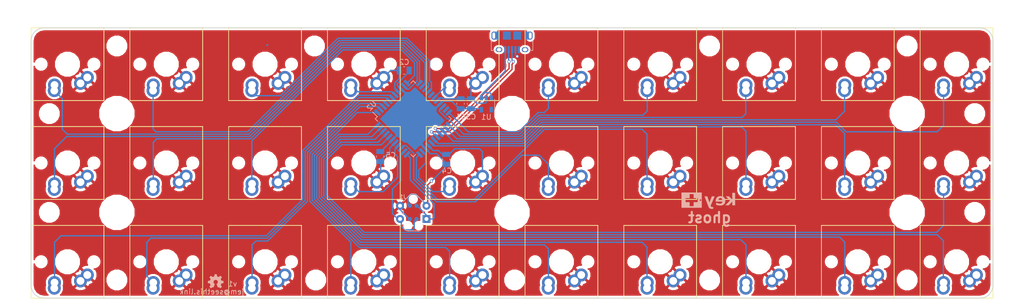
<source format=kicad_pcb>
(kicad_pcb (version 4) (host pcbnew 4.0.7)
  (layers (0 F.Cu signal) (31 B.Cu signal) (34 B.Paste user) (35 F.Paste user) (36 B.SilkS user) (37 F.SilkS user) (38 B.Mask user) (39 F.Mask user) (44 Edge.Cuts user))
  (net 0 "")
  (net 1 GND)
  (net 2 VCC)
  (net 3 +5V)
  (net 4 /PDI)
  (net 5 /RST)
  (net 6 /KEY0)
  (net 7 /KEY1)
  (net 8 /KEY2)
  (net 9 /KEY3)
  (net 10 /KEY4)
  (net 11 /KEY5)
  (net 12 /KEY6)
  (net 13 /KEY7)
  (net 14 /KEY8)
  (net 15 /KEY9)
  (net 16 /KEY10)
  (net 17 /KEY11)
  (net 18 /KEY12)
  (net 19 /KEY13)
  (net 20 /KEY14)
  (net 21 /KEY15)
  (net 22 /KEY16)
  (net 23 /KEY17)
  (net 24 /KEY18)
  (net 25 /KEY19)
  (net 26 /KEY20)
  (net 27 /KEY21)
  (net 28 /KEY22)
  (net 29 /KEY23)
  (net 30 /D-)
  (net 31 /D+)
  (net 32 /KEY24)
  (net 33 /KEY25)
  (net 34 /KEY26)
  (net 35 /KEY27)
  (net 36 /KEY28)
  (net 37 /KEY29)
  (net 38 "Net-(J2-Pad5)")
  (net 39 /PWM)
  (net 40 "Net-(U2-Pad16)")
  (net 41 "Net-(U1-Pad4)")
  (module switch_mx:Cherry_MX_Matias_NoSilk.B (layer F.Cu) (at 178 45 180)
    (fp_text reference K29)
    (fp_text value K00 (at 0 0 180) (layer F.SilkS))
    (pad "" np_thru_hole circle (at 5.08 0 180) (size 1.7 1.7) (drill 1.7) (layers *.Cu *.Mask F.SilkS))
    (pad 1 thru_hole circle (at -2.5 -3.683 180) (size 2.5 2.5) (drill 1.5) (layers *.Cu *.Mask) (net 1 GND))
    (pad 1 thru_hole circle (at -3.81 -2.54 180) (size 2.5 2.5) (drill 1.5) (layers *.Cu *.Mask) (net 1 GND))
    (pad "" np_thru_hole circle (at 0 0 180) (size 4 4) (drill 4) (layers *.Cu *.Mask F.SilkS))
    (pad "" np_thru_hole circle (at -5.08 0 180) (size 1.7 1.7) (drill 1.7) (layers *.Cu *.Mask F.SilkS))
    (pad 2 thru_hole circle (at 2.54 -5.08 180) (size 2.5 2.5) (drill 1.5) (layers *.Cu *.Mask) (net 37 /KEY29))
    (pad 2 thru_hole circle (at 2.5 -4 180) (size 2.5 2.5) (drill 1.5) (layers *.Cu *.Mask) (net 37 /KEY29))
  )
  (module MountingHole:MountingHole_6mm (layer F.Cu) (at 168.5 35.5)
    (fp_text reference REF** hide)
    (fp_text value MountingHole_6mm)
    (pad 1 np_thru_hole circle (at 0 0) (size 6 6) (drill 6) (layers *.Cu *.Mask))
  )
  (module MountingHole:MountingHole_3.2mm_M3 (layer F.Cu) (at 3.5 16.5)
    (fp_text reference REF** hide)
    (fp_text value MountingHole_3.2mm_M3)
    (pad 1 np_thru_hole circle (at 0 0) (size 3.2 3.2) (drill 3.2) (layers *.Cu *.Mask))
  )
  (module MountingHole:MountingHole_3.2mm_M3 (layer F.Cu) (at 3.5 35.5)
    (fp_text reference REF** hide)
    (fp_text value MountingHole_3.2mm_M3)
    (pad 1 np_thru_hole circle (at 0 0) (size 3.2 3.2) (drill 3.2) (layers *.Cu *.Mask))
  )
  (module MountingHole:MountingHole_3.2mm_M3 (layer F.Cu) (at 130.5 3.5)
    (fp_text reference REF** hide)
    (fp_text value MountingHole_3.2mm_M3)
    (pad 1 np_thru_hole circle (at 0 0) (size 3.2 3.2) (drill 3.2) (layers *.Cu *.Mask))
  )
  (module MountingHole:MountingHole_3.2mm_M3 (layer F.Cu) (at 181.5 16.5)
    (fp_text reference REF** hide)
    (fp_text value MountingHole_3.2mm_M3)
    (pad 1 np_thru_hole circle (at 0 0) (size 3.2 3.2) (drill 3.2) (layers *.Cu *.Mask))
  )
  (module MountingHole:MountingHole_3.2mm_M3 (layer F.Cu) (at 181.5 35.5)
    (fp_text reference REF** hide)
    (fp_text value MountingHole_3.2mm_M3)
    (pad 1 np_thru_hole circle (at 0 0) (size 3.2 3.2) (drill 3.2) (layers *.Cu *.Mask))
  )
  (module MountingHole:MountingHole_3.2mm_M3 (layer F.Cu) (at 168.5 48.5)
    (fp_text reference REF** hide)
    (fp_text value MountingHole_3.2mm_M3)
    (pad 1 np_thru_hole circle (at 0 0) (size 3.2 3.2) (drill 3.2) (layers *.Cu *.Mask))
  )
  (module MountingHole:MountingHole_3.2mm_M3 (layer F.Cu) (at 130.5 48.5)
    (fp_text reference REF** hide)
    (fp_text value MountingHole_3.2mm_M3)
    (pad 1 np_thru_hole circle (at 0 0) (size 3.2 3.2) (drill 3.2) (layers *.Cu *.Mask))
  )
  (module MountingHole:MountingHole_3.2mm_M3 (layer F.Cu) (at 93 48.5)
    (fp_text reference REF** hide)
    (fp_text value MountingHole_3.2mm_M3)
    (pad 1 np_thru_hole circle (at 0 0) (size 3.2 3.2) (drill 3.2) (layers *.Cu *.Mask))
  )
  (module MountingHole:MountingHole_3.2mm_M3 (layer F.Cu) (at 54.75 48.5)
    (fp_text reference REF** hide)
    (fp_text value MountingHole_3.2mm_M3)
    (pad 1 np_thru_hole circle (at 0 0) (size 3.2 3.2) (drill 3.2) (layers *.Cu *.Mask))
  )
  (module MountingHole:MountingHole_3.2mm_M3 (layer F.Cu) (at 16.5 3.5)
    (fp_text reference REF** hide)
    (fp_text value MountingHole_3.2mm_M3)
    (pad 1 np_thru_hole circle (at 0 0) (size 3.2 3.2) (drill 3.2) (layers *.Cu *.Mask))
  )
  (module MountingHole:MountingHole_3.2mm_M3 (layer F.Cu) (at 54.5 3.5)
    (fp_text reference REF** hide)
    (fp_text value MountingHole_3.2mm_M3)
    (pad 1 np_thru_hole circle (at 0 0) (size 3.2 3.2) (drill 3.2) (layers *.Cu *.Mask))
  )
  (module MountingHole:MountingHole_3.2mm_M3 (layer F.Cu) (at 168.5 3.5)
    (fp_text reference REF** hide)
    (fp_text value MountingHole_3.2mm_M3)
    (pad 1 np_thru_hole circle (at 0 0) (size 3.2 3.2) (drill 3.2) (layers *.Cu *.Mask))
  )
  (module Tag-Connect:TC2030-NL_SMALL_AND_IDC_PDI (layer B.Cu) (at 73.5 35.5 270)
    (fp_text reference J1 (at -3 2 540) (layer B.SilkS) (effects (font (size 0.75692 0.75692) (thickness 0.127)) (justify mirror)))
    (fp_text value TC2030-IDC hide)
    (pad 1 connect circle (at -1.27 -0.635 270) (size 0.78486 0.78486) (layers B.Cu B.Mask) (net 4 /PDI))
    (pad 2 connect circle (at -1.27 0.635 270) (size 0.78486 0.78486) (layers B.Cu B.Mask) (net 2 VCC))
    (pad 5 connect circle (at 1.27 -0.635 270) (size 0.78486 0.78486) (layers B.Cu B.Mask) (net 5 /RST))
    (pad 6 connect circle (at 1.27 0.635 270) (size 0.78486 0.78486) (layers B.Cu B.Mask) (net 1 GND))
    (pad "" np_thru_hole circle (at -2.54 0 270) (size 0.98806 0.98806) (drill 0.98806) (layers *.Cu *.Mask B.SilkS))
    (pad "" np_thru_hole circle (at 2.54 1.016 270) (size 0.98552 0.98552) (drill 0.98552) (layers *.Cu *.Mask B.SilkS))
    (pad "" np_thru_hole circle (at 2.54 -1.016 270) (size 0.98552 0.98552) (drill 0.98552) (layers *.Cu *.Mask B.SilkS))
    (pad 2 thru_hole circle (at -1.27 -2.54 180) (size 1.524 1.524) (drill 0.762) (layers *.Cu *.Mask) (net 2 VCC))
    (pad 6 thru_hole circle (at -1.27 2.54 180) (size 1.524 1.524) (drill 0.762) (layers *.Cu *.Mask) (net 1 GND))
    (pad 1 thru_hole rect (at 1.27 -2.54 180) (size 1.524 1.524) (drill 0.762) (layers *.Cu *.Mask) (net 4 /PDI))
    (pad 5 thru_hole circle (at 1.27 2.54 180) (size 1.524 1.524) (drill 0.762) (layers *.Cu *.Mask) (net 5 /RST))
  )
  (module switch_mx:Cherry_MX_Matias_NoSilk.B (layer F.Cu) (at 83 26 180)
    (fp_text reference K14)
    (fp_text value K00 (at 0 0 180) (layer F.SilkS))
    (pad "" np_thru_hole circle (at 5.08 0 180) (size 1.7 1.7) (drill 1.7) (layers *.Cu *.Mask F.SilkS))
    (pad 1 thru_hole circle (at -2.5 -3.683 180) (size 2.5 2.5) (drill 1.5) (layers *.Cu *.Mask) (net 1 GND))
    (pad 1 thru_hole circle (at -3.81 -2.54 180) (size 2.5 2.5) (drill 1.5) (layers *.Cu *.Mask) (net 1 GND))
    (pad "" np_thru_hole circle (at 0 0 180) (size 4 4) (drill 4) (layers *.Cu *.Mask F.SilkS))
    (pad "" np_thru_hole circle (at -5.08 0 180) (size 1.7 1.7) (drill 1.7) (layers *.Cu *.Mask F.SilkS))
    (pad 2 thru_hole circle (at 2.54 -5.08 180) (size 2.5 2.5) (drill 1.5) (layers *.Cu *.Mask) (net 20 /KEY14))
    (pad 2 thru_hole circle (at 2.5 -4 180) (size 2.5 2.5) (drill 1.5) (layers *.Cu *.Mask) (net 20 /KEY14))
  )
  (module Package_QFP:TQFP-44_10x10mm_P0.8mm (layer B.Cu) (at 73.5 17.5 315)
    (fp_text reference U2 (at -7.424621 3.889087 585) (layer B.SilkS) (effects (justify mirror)))
    (fp_text value ATXMEGA-A4U-EPAD)
    (pad 1 smd rect (at -5.7 4 315) (size 1.5 0.55) (layers B.Cu B.Paste B.Mask) (net 33 /KEY25))
    (pad 2 smd rect (at -5.7 3.2 315) (size 1.5 0.55) (layers B.Cu B.Paste B.Mask) (net 32 /KEY24))
    (pad 3 smd rect (at -5.7 2.4 315) (size 1.5 0.55) (layers B.Cu B.Paste B.Mask) (net 29 /KEY23))
    (pad 4 smd rect (at -5.7 1.6 315) (size 1.5 0.55) (layers B.Cu B.Paste B.Mask) (net 28 /KEY22))
    (pad 5 smd rect (at -5.7 0.8 315) (size 1.5 0.55) (layers B.Cu B.Paste B.Mask) (net 27 /KEY21))
    (pad 6 smd rect (at -5.7 0 315) (size 1.5 0.55) (layers B.Cu B.Paste B.Mask) (net 26 /KEY20))
    (pad 7 smd rect (at -5.7 -0.8 315) (size 1.5 0.55) (layers B.Cu B.Paste B.Mask) (net 9 /KEY3))
    (pad 8 smd rect (at -5.7 -1.6 315) (size 1.5 0.55) (layers B.Cu B.Paste B.Mask) (net 1 GND))
    (pad 9 smd rect (at -5.7 -2.4 315) (size 1.5 0.55) (layers B.Cu B.Paste B.Mask) (net 2 VCC))
    (pad 10 smd rect (at -5.7 -3.2 315) (size 1.5 0.55) (layers B.Cu B.Paste B.Mask) (net 17 /KEY11))
    (pad 11 smd rect (at -5.7 -4 315) (size 1.5 0.55) (layers B.Cu B.Paste B.Mask) (net 18 /KEY12))
    (pad 12 smd rect (at -4 -5.7 225) (size 1.5 0.55) (layers B.Cu B.Paste B.Mask) (net 16 /KEY10))
    (pad 13 smd rect (at -3.2 -5.7 225) (size 1.5 0.55) (layers B.Cu B.Paste B.Mask) (net 6 /KEY0))
    (pad 14 smd rect (at -2.4 -5.7 225) (size 1.5 0.55) (layers B.Cu B.Paste B.Mask) (net 7 /KEY1))
    (pad 15 smd rect (at -1.6 -5.7 225) (size 1.5 0.55) (layers B.Cu B.Paste B.Mask) (net 8 /KEY2))
    (pad 16 smd rect (at -0.8 -5.7 225) (size 1.5 0.55) (layers B.Cu B.Paste B.Mask) (net 40 "Net-(U2-Pad16)"))
    (pad 17 smd rect (at 0 -5.7 225) (size 1.5 0.55) (layers B.Cu B.Paste B.Mask) (net 10 /KEY4))
    (pad 18 smd rect (at 0.8 -5.7 225) (size 1.5 0.55) (layers B.Cu B.Paste B.Mask) (net 1 GND))
    (pad 19 smd rect (at 1.6 -5.7 225) (size 1.5 0.55) (layers B.Cu B.Paste B.Mask) (net 2 VCC))
    (pad 20 smd rect (at 2.4 -5.7 225) (size 1.5 0.55) (layers B.Cu B.Paste B.Mask) (net 12 /KEY6))
    (pad 21 smd rect (at 3.2 -5.7 225) (size 1.5 0.55) (layers B.Cu B.Paste B.Mask) (net 39 /PWM))
    (pad 22 smd rect (at 4 -5.7 225) (size 1.5 0.55) (layers B.Cu B.Paste B.Mask) (net 11 /KEY5))
    (pad 23 smd rect (at 5.7 -4 315) (size 1.5 0.55) (layers B.Cu B.Paste B.Mask) (net 13 /KEY7))
    (pad 24 smd rect (at 5.7 -3.2 315) (size 1.5 0.55) (layers B.Cu B.Paste B.Mask) (net 14 /KEY8))
    (pad 25 smd rect (at 5.7 -2.4 315) (size 1.5 0.55) (layers B.Cu B.Paste B.Mask) (net 15 /KEY9))
    (pad 26 smd rect (at 5.7 -1.6 315) (size 1.5 0.55) (layers B.Cu B.Paste B.Mask) (net 30 /D-))
    (pad 27 smd rect (at 5.7 -0.8 315) (size 1.5 0.55) (layers B.Cu B.Paste B.Mask) (net 31 /D+))
    (pad 28 smd rect (at 5.7 0 315) (size 1.5 0.55) (layers B.Cu B.Paste B.Mask) (net 24 /KEY18))
    (pad 29 smd rect (at 5.7 0.8 315) (size 1.5 0.55) (layers B.Cu B.Paste B.Mask) (net 23 /KEY17))
    (pad 30 smd rect (at 5.7 1.6 315) (size 1.5 0.55) (layers B.Cu B.Paste B.Mask) (net 1 GND))
    (pad 31 smd rect (at 5.7 2.4 315) (size 1.5 0.55) (layers B.Cu B.Paste B.Mask) (net 2 VCC))
    (pad 32 smd rect (at 5.7 3.2 315) (size 1.5 0.55) (layers B.Cu B.Paste B.Mask) (net 20 /KEY14))
    (pad 33 smd rect (at 5.7 4 315) (size 1.5 0.55) (layers B.Cu B.Paste B.Mask) (net 22 /KEY16))
    (pad 34 smd rect (at 4 5.7 225) (size 1.5 0.55) (layers B.Cu B.Paste B.Mask) (net 4 /PDI))
    (pad 35 smd rect (at 3.2 5.7 225) (size 1.5 0.55) (layers B.Cu B.Paste B.Mask) (net 5 /RST))
    (pad 36 smd rect (at 2.4 5.7 225) (size 1.5 0.55) (layers B.Cu B.Paste B.Mask) (net 21 /KEY15))
    (pad 37 smd rect (at 1.6 5.7 225) (size 1.5 0.55) (layers B.Cu B.Paste B.Mask) (net 19 /KEY13))
    (pad 38 smd rect (at 0.8 5.7 225) (size 1.5 0.55) (layers B.Cu B.Paste B.Mask) (net 1 GND))
    (pad 39 smd rect (at 0 5.7 225) (size 1.5 0.55) (layers B.Cu B.Paste B.Mask) (net 2 VCC))
    (pad 40 smd rect (at -0.8 5.7 225) (size 1.5 0.55) (layers B.Cu B.Paste B.Mask) (net 25 /KEY19))
    (pad 41 smd rect (at -1.6 5.7 225) (size 1.5 0.55) (layers B.Cu B.Paste B.Mask) (net 37 /KEY29))
    (pad 42 smd rect (at -2.4 5.7 225) (size 1.5 0.55) (layers B.Cu B.Paste B.Mask) (net 36 /KEY28))
    (pad 43 smd rect (at -3.2 5.7 225) (size 1.5 0.55) (layers B.Cu B.Paste B.Mask) (net 35 /KEY27))
    (pad 44 smd rect (at -4 5.7 225) (size 1.5 0.55) (layers B.Cu B.Paste B.Mask) (net 34 /KEY26))
  )
  (module MountingHole:MountingHole_6mm (layer F.Cu) (at 92.5 16.5)
    (fp_text reference REF** hide)
    (fp_text value MountingHole_6mm)
    (pad 1 np_thru_hole circle (at 0 0) (size 6 6) (drill 6) (layers *.Cu *.Mask))
  )
  (module MountingHole:MountingHole_6mm (layer F.Cu) (at 168.5 16.5)
    (fp_text reference REF** hide)
    (fp_text value MountingHole_6mm)
    (pad 1 np_thru_hole circle (at 0 0) (size 6 6) (drill 6) (layers *.Cu *.Mask))
  )
  (module MountingHole:MountingHole_6mm (layer F.Cu) (at 92.5 35.5)
    (fp_text reference REF** hide)
    (fp_text value MountingHole_6mm)
    (pad 1 np_thru_hole circle (at 0 0) (size 6 6) (drill 6) (layers *.Cu *.Mask))
  )
  (module Capacitor_SMD:C_0805_2012Metric (layer B.Cu) (at 84.6 14.6 270)
    (fp_text reference C3 (at 2.5 0 360) (layer B.SilkS) (effects (justify mirror)))
    (fp_text value 0.1uF)
    (pad 1 smd rect (at -0.955 0 270) (size 0.97 1.5) (layers B.Cu B.Paste B.Mask) (net 1 GND))
    (pad 2 smd rect (at 0.955 0 270) (size 0.97 1.5) (layers B.Cu B.Paste B.Mask) (net 2 VCC))
  )
  (module MountingHole:MountingHole_6mm (layer F.Cu) (at 16.5 35.5)
    (fp_text reference REF** hide)
    (fp_text value MountingHole_6mm)
    (pad 1 np_thru_hole circle (at 0 0) (size 6 6) (drill 6) (layers *.Cu *.Mask))
  )
  (module MountingHole:MountingHole_6mm (layer F.Cu) (at 16.5 16.5)
    (fp_text reference REF** hide)
    (fp_text value MountingHole_6mm)
    (pad 1 np_thru_hole circle (at 0 0) (size 6 6) (drill 6) (layers *.Cu *.Mask))
  )
  (module Capacitor_SMD:C_0805_2012Metric (layer B.Cu) (at 82.6 14.6 270)
    (fp_text reference C1 (at 2.5 0 360) (layer B.SilkS) (effects (justify mirror)))
    (fp_text value 10uF)
    (pad 1 smd rect (at -0.955 0 270) (size 0.97 1.5) (layers B.Cu B.Paste B.Mask) (net 1 GND))
    (pad 2 smd rect (at 0.955 0 270) (size 0.97 1.5) (layers B.Cu B.Paste B.Mask) (net 2 VCC))
  )
  (module Capacitor_SMD:C_0805_2012Metric (layer B.Cu) (at 71.755 8.2)
    (fp_text reference C2 (at 0 -1.6) (layer B.SilkS) (effects (justify mirror)))
    (fp_text value 0.1uF)
    (pad 1 smd rect (at -0.955 0) (size 0.97 1.5) (layers B.Cu B.Paste B.Mask) (net 1 GND))
    (pad 2 smd rect (at 0.955 0) (size 0.97 1.5) (layers B.Cu B.Paste B.Mask) (net 2 VCC))
  )
  (module Capacitor_SMD:C_0805_2012Metric (layer B.Cu) (at 79.85 25.305 270)
    (fp_text reference C4 (at 2.2 -0.1 360) (layer B.SilkS) (effects (justify mirror)))
    (fp_text value 0.1uF)
    (pad 1 smd rect (at -0.955 0 270) (size 0.97 1.5) (layers B.Cu B.Paste B.Mask) (net 1 GND))
    (pad 2 smd rect (at 0.955 0 270) (size 0.97 1.5) (layers B.Cu B.Paste B.Mask) (net 2 VCC))
  )
  (module Capacitor_SMD:C_0805_2012Metric (layer B.Cu) (at 67.15 24.75 90)
    (fp_text reference C5 (at 0.25 2 180) (layer B.SilkS) (effects (justify mirror)))
    (fp_text value 0.1uF)
    (pad 1 smd rect (at -0.955 0 90) (size 0.97 1.5) (layers B.Cu B.Paste B.Mask) (net 1 GND))
    (pad 2 smd rect (at 0.955 0 90) (size 0.97 1.5) (layers B.Cu B.Paste B.Mask) (net 2 VCC))
  )
  (module Package_TO_SOT_SMD:SOT-23-5 (layer B.Cu) (at 87.55 14.65 270)
    (fp_text reference U1 (at 2.5 0 360) (layer B.SilkS) (effects (justify mirror)))
    (fp_text value MIC550X)
    (pad 1 smd rect (at -1.1 0.95 270) (size 1.06 0.65) (layers B.Cu B.Paste B.Mask) (net 3 +5V))
    (pad 2 smd rect (at -1.1 0 270) (size 1.06 0.65) (layers B.Cu B.Paste B.Mask) (net 1 GND))
    (pad 3 smd rect (at -1.1 -0.95 270) (size 1.06 0.65) (layers B.Cu B.Paste B.Mask) (net 3 +5V))
    (pad 4 smd rect (at 1.1 -0.95 270) (size 1.06 0.65) (layers B.Cu B.Paste B.Mask) (net 41 "Net-(U1-Pad4)"))
    (pad 5 smd rect (at 1.1 0.95 270) (size 1.06 0.65) (layers B.Cu B.Paste B.Mask) (net 2 VCC))
  )
  (module conn_usb:USB_MicroB_Amphenol_10118194-0001LF (layer B.Cu) (at 92.5 1.5)
    (fp_text reference J2)
    (fp_text value USB_B)
    (pad S1 smd rect (at -1 0) (size 1.5 1.55) (layers B.Cu B.Paste B.Mask))
    (pad S1 smd rect (at 1 0) (size 1.5 1.55) (layers B.Cu B.Paste B.Mask))
    (pad S1 smd rect (at 3 0) (size 1.1 1.55) (layers B.Cu B.Paste B.Mask))
    (pad S1 thru_hole oval (at 3.5 0) (size 0.9 1.55) (drill oval 0.5 1.15) (layers *.Cu *.Mask))
    (pad S1 thru_hole oval (at -3.5 0) (size 0.9 1.55) (drill oval 0.5 1.15) (layers *.Cu *.Mask))
    (pad S1 thru_hole oval (at 2.5 2.7) (size 1.25 0.95) (drill oval 0.85 0.55) (layers *.Cu *.Mask))
    (pad S1 thru_hole oval (at -2.5 2.7) (size 1.25 0.95) (drill oval 0.85 0.55) (layers *.Cu *.Mask))
    (pad S1 smd rect (at -3 0) (size 1.1 1.55) (layers B.Cu B.Paste B.Mask))
    (pad 1 smd rect (at -1.3 2.7) (size 0.4 1.35) (layers B.Cu B.Paste B.Mask) (net 3 +5V))
    (pad 2 smd rect (at -0.65 2.7) (size 0.4 1.35) (layers B.Cu B.Paste B.Mask) (net 30 /D-))
    (pad 3 smd rect (at 0 2.7) (size 0.4 1.35) (layers B.Cu B.Paste B.Mask) (net 31 /D+))
    (pad 4 smd rect (at 0.65 2.7) (size 0.4 1.35) (layers B.Cu B.Paste B.Mask) (net 1 GND))
    (pad 5 smd rect (at 1.3 2.7) (size 0.4 1.35) (layers B.Cu B.Paste B.Mask) (net 38 "Net-(J2-Pad5)"))
  )
  (module logo:key+_10mm (layer B.Cu) (at 130.25 33.25 180)
    (fp_text reference "" (at 0 0 180) (layer B.SilkS) (effects (justify mirror)))
    (fp_text value "" (at 0 0 180) (layer B.SilkS) (effects (justify mirror)))
  )
  (module switch_mx:Cherry_MX_Matias_NoSilk.B (layer F.Cu) (at 7 7 180)
    (fp_text reference K0)
    (fp_text value K00 (at 0 0 180) (layer F.SilkS))
    (pad "" np_thru_hole circle (at 5.08 0 180) (size 1.7 1.7) (drill 1.7) (layers *.Cu *.Mask F.SilkS))
    (pad 1 thru_hole circle (at -2.5 -3.683 180) (size 2.5 2.5) (drill 1.5) (layers *.Cu *.Mask) (net 1 GND))
    (pad 1 thru_hole circle (at -3.81 -2.54 180) (size 2.5 2.5) (drill 1.5) (layers *.Cu *.Mask) (net 1 GND))
    (pad "" np_thru_hole circle (at 0 0 180) (size 4 4) (drill 4) (layers *.Cu *.Mask F.SilkS))
    (pad "" np_thru_hole circle (at -5.08 0 180) (size 1.7 1.7) (drill 1.7) (layers *.Cu *.Mask F.SilkS))
    (pad 2 thru_hole circle (at 2.54 -5.08 180) (size 2.5 2.5) (drill 1.5) (layers *.Cu *.Mask) (net 6 /KEY0))
    (pad 2 thru_hole circle (at 2.5 -4 180) (size 2.5 2.5) (drill 1.5) (layers *.Cu *.Mask) (net 6 /KEY0))
  )
  (module switch_mx:Cherry_MX_Matias_NoSilk.B (layer F.Cu) (at 26 7 180)
    (fp_text reference K1)
    (fp_text value K00 (at 0 0 180) (layer F.SilkS))
    (pad "" np_thru_hole circle (at 5.08 0 180) (size 1.7 1.7) (drill 1.7) (layers *.Cu *.Mask F.SilkS))
    (pad 1 thru_hole circle (at -2.5 -3.683 180) (size 2.5 2.5) (drill 1.5) (layers *.Cu *.Mask) (net 1 GND))
    (pad 1 thru_hole circle (at -3.81 -2.54 180) (size 2.5 2.5) (drill 1.5) (layers *.Cu *.Mask) (net 1 GND))
    (pad "" np_thru_hole circle (at 0 0 180) (size 4 4) (drill 4) (layers *.Cu *.Mask F.SilkS))
    (pad "" np_thru_hole circle (at -5.08 0 180) (size 1.7 1.7) (drill 1.7) (layers *.Cu *.Mask F.SilkS))
    (pad 2 thru_hole circle (at 2.54 -5.08 180) (size 2.5 2.5) (drill 1.5) (layers *.Cu *.Mask) (net 7 /KEY1))
    (pad 2 thru_hole circle (at 2.5 -4 180) (size 2.5 2.5) (drill 1.5) (layers *.Cu *.Mask) (net 7 /KEY1))
  )
  (module switch_mx:Cherry_MX_Matias_NoSilk.B (layer F.Cu) (at 45 7 180)
    (fp_text reference K2)
    (fp_text value K00 (at 0 0 180) (layer F.SilkS))
    (pad "" np_thru_hole circle (at 5.08 0 180) (size 1.7 1.7) (drill 1.7) (layers *.Cu *.Mask F.SilkS))
    (pad 1 thru_hole circle (at -2.5 -3.683 180) (size 2.5 2.5) (drill 1.5) (layers *.Cu *.Mask) (net 1 GND))
    (pad 1 thru_hole circle (at -3.81 -2.54 180) (size 2.5 2.5) (drill 1.5) (layers *.Cu *.Mask) (net 1 GND))
    (pad "" np_thru_hole circle (at 0 0 180) (size 4 4) (drill 4) (layers *.Cu *.Mask F.SilkS))
    (pad "" np_thru_hole circle (at -5.08 0 180) (size 1.7 1.7) (drill 1.7) (layers *.Cu *.Mask F.SilkS))
    (pad 2 thru_hole circle (at 2.54 -5.08 180) (size 2.5 2.5) (drill 1.5) (layers *.Cu *.Mask) (net 8 /KEY2))
    (pad 2 thru_hole circle (at 2.5 -4 180) (size 2.5 2.5) (drill 1.5) (layers *.Cu *.Mask) (net 8 /KEY2))
  )
  (module switch_mx:Cherry_MX_Matias_NoSilk.B (layer F.Cu) (at 64 7 180)
    (fp_text reference K3)
    (fp_text value K00 (at 0 0 180) (layer F.SilkS))
    (pad "" np_thru_hole circle (at 5.08 0 180) (size 1.7 1.7) (drill 1.7) (layers *.Cu *.Mask F.SilkS))
    (pad 1 thru_hole circle (at -2.5 -3.683 180) (size 2.5 2.5) (drill 1.5) (layers *.Cu *.Mask) (net 1 GND))
    (pad 1 thru_hole circle (at -3.81 -2.54 180) (size 2.5 2.5) (drill 1.5) (layers *.Cu *.Mask) (net 1 GND))
    (pad "" np_thru_hole circle (at 0 0 180) (size 4 4) (drill 4) (layers *.Cu *.Mask F.SilkS))
    (pad "" np_thru_hole circle (at -5.08 0 180) (size 1.7 1.7) (drill 1.7) (layers *.Cu *.Mask F.SilkS))
    (pad 2 thru_hole circle (at 2.54 -5.08 180) (size 2.5 2.5) (drill 1.5) (layers *.Cu *.Mask) (net 9 /KEY3))
    (pad 2 thru_hole circle (at 2.5 -4 180) (size 2.5 2.5) (drill 1.5) (layers *.Cu *.Mask) (net 9 /KEY3))
  )
  (module switch_mx:Cherry_MX_Matias_NoSilk.B (layer F.Cu) (at 83 7 180)
    (fp_text reference K4)
    (fp_text value K00 (at 0 0 180) (layer F.SilkS))
    (pad "" np_thru_hole circle (at 5.08 0 180) (size 1.7 1.7) (drill 1.7) (layers *.Cu *.Mask F.SilkS))
    (pad 1 thru_hole circle (at -2.5 -3.683 180) (size 2.5 2.5) (drill 1.5) (layers *.Cu *.Mask) (net 1 GND))
    (pad 1 thru_hole circle (at -3.81 -2.54 180) (size 2.5 2.5) (drill 1.5) (layers *.Cu *.Mask) (net 1 GND))
    (pad "" np_thru_hole circle (at 0 0 180) (size 4 4) (drill 4) (layers *.Cu *.Mask F.SilkS))
    (pad "" np_thru_hole circle (at -5.08 0 180) (size 1.7 1.7) (drill 1.7) (layers *.Cu *.Mask F.SilkS))
    (pad 2 thru_hole circle (at 2.54 -5.08 180) (size 2.5 2.5) (drill 1.5) (layers *.Cu *.Mask) (net 10 /KEY4))
    (pad 2 thru_hole circle (at 2.5 -4 180) (size 2.5 2.5) (drill 1.5) (layers *.Cu *.Mask) (net 10 /KEY4))
  )
  (module switch_mx:Cherry_MX_Matias_NoSilk.B (layer F.Cu) (at 102 7 180)
    (fp_text reference K5)
    (fp_text value K00 (at 0 0 180) (layer F.SilkS))
    (pad "" np_thru_hole circle (at 5.08 0 180) (size 1.7 1.7) (drill 1.7) (layers *.Cu *.Mask F.SilkS))
    (pad 1 thru_hole circle (at -2.5 -3.683 180) (size 2.5 2.5) (drill 1.5) (layers *.Cu *.Mask) (net 1 GND))
    (pad 1 thru_hole circle (at -3.81 -2.54 180) (size 2.5 2.5) (drill 1.5) (layers *.Cu *.Mask) (net 1 GND))
    (pad "" np_thru_hole circle (at 0 0 180) (size 4 4) (drill 4) (layers *.Cu *.Mask F.SilkS))
    (pad "" np_thru_hole circle (at -5.08 0 180) (size 1.7 1.7) (drill 1.7) (layers *.Cu *.Mask F.SilkS))
    (pad 2 thru_hole circle (at 2.54 -5.08 180) (size 2.5 2.5) (drill 1.5) (layers *.Cu *.Mask) (net 11 /KEY5))
    (pad 2 thru_hole circle (at 2.5 -4 180) (size 2.5 2.5) (drill 1.5) (layers *.Cu *.Mask) (net 11 /KEY5))
  )
  (module switch_mx:Cherry_MX_Matias_NoSilk.B (layer F.Cu) (at 121 7 180)
    (fp_text reference K6)
    (fp_text value K00 (at 0 0 180) (layer F.SilkS))
    (pad "" np_thru_hole circle (at 5.08 0 180) (size 1.7 1.7) (drill 1.7) (layers *.Cu *.Mask F.SilkS))
    (pad 1 thru_hole circle (at -2.5 -3.683 180) (size 2.5 2.5) (drill 1.5) (layers *.Cu *.Mask) (net 1 GND))
    (pad 1 thru_hole circle (at -3.81 -2.54 180) (size 2.5 2.5) (drill 1.5) (layers *.Cu *.Mask) (net 1 GND))
    (pad "" np_thru_hole circle (at 0 0 180) (size 4 4) (drill 4) (layers *.Cu *.Mask F.SilkS))
    (pad "" np_thru_hole circle (at -5.08 0 180) (size 1.7 1.7) (drill 1.7) (layers *.Cu *.Mask F.SilkS))
    (pad 2 thru_hole circle (at 2.54 -5.08 180) (size 2.5 2.5) (drill 1.5) (layers *.Cu *.Mask) (net 12 /KEY6))
    (pad 2 thru_hole circle (at 2.5 -4 180) (size 2.5 2.5) (drill 1.5) (layers *.Cu *.Mask) (net 12 /KEY6))
  )
  (module switch_mx:Cherry_MX_Matias_NoSilk.B (layer F.Cu) (at 140 7 180)
    (fp_text reference K7)
    (fp_text value K00 (at 0 0 180) (layer F.SilkS))
    (pad "" np_thru_hole circle (at 5.08 0 180) (size 1.7 1.7) (drill 1.7) (layers *.Cu *.Mask F.SilkS))
    (pad 1 thru_hole circle (at -2.5 -3.683 180) (size 2.5 2.5) (drill 1.5) (layers *.Cu *.Mask) (net 1 GND))
    (pad 1 thru_hole circle (at -3.81 -2.54 180) (size 2.5 2.5) (drill 1.5) (layers *.Cu *.Mask) (net 1 GND))
    (pad "" np_thru_hole circle (at 0 0 180) (size 4 4) (drill 4) (layers *.Cu *.Mask F.SilkS))
    (pad "" np_thru_hole circle (at -5.08 0 180) (size 1.7 1.7) (drill 1.7) (layers *.Cu *.Mask F.SilkS))
    (pad 2 thru_hole circle (at 2.54 -5.08 180) (size 2.5 2.5) (drill 1.5) (layers *.Cu *.Mask) (net 13 /KEY7))
    (pad 2 thru_hole circle (at 2.5 -4 180) (size 2.5 2.5) (drill 1.5) (layers *.Cu *.Mask) (net 13 /KEY7))
  )
  (module switch_mx:Cherry_MX_Matias_NoSilk.B (layer F.Cu) (at 159 7 180)
    (fp_text reference K8)
    (fp_text value K00 (at 0 0 180) (layer F.SilkS))
    (pad "" np_thru_hole circle (at 5.08 0 180) (size 1.7 1.7) (drill 1.7) (layers *.Cu *.Mask F.SilkS))
    (pad 1 thru_hole circle (at -2.5 -3.683 180) (size 2.5 2.5) (drill 1.5) (layers *.Cu *.Mask) (net 1 GND))
    (pad 1 thru_hole circle (at -3.81 -2.54 180) (size 2.5 2.5) (drill 1.5) (layers *.Cu *.Mask) (net 1 GND))
    (pad "" np_thru_hole circle (at 0 0 180) (size 4 4) (drill 4) (layers *.Cu *.Mask F.SilkS))
    (pad "" np_thru_hole circle (at -5.08 0 180) (size 1.7 1.7) (drill 1.7) (layers *.Cu *.Mask F.SilkS))
    (pad 2 thru_hole circle (at 2.54 -5.08 180) (size 2.5 2.5) (drill 1.5) (layers *.Cu *.Mask) (net 14 /KEY8))
    (pad 2 thru_hole circle (at 2.5 -4 180) (size 2.5 2.5) (drill 1.5) (layers *.Cu *.Mask) (net 14 /KEY8))
  )
  (module switch_mx:Cherry_MX_Matias_NoSilk.B (layer F.Cu) (at 178 7 180)
    (fp_text reference K9)
    (fp_text value K00 (at 0 0 180) (layer F.SilkS))
    (pad "" np_thru_hole circle (at 5.08 0 180) (size 1.7 1.7) (drill 1.7) (layers *.Cu *.Mask F.SilkS))
    (pad 1 thru_hole circle (at -2.5 -3.683 180) (size 2.5 2.5) (drill 1.5) (layers *.Cu *.Mask) (net 1 GND))
    (pad 1 thru_hole circle (at -3.81 -2.54 180) (size 2.5 2.5) (drill 1.5) (layers *.Cu *.Mask) (net 1 GND))
    (pad "" np_thru_hole circle (at 0 0 180) (size 4 4) (drill 4) (layers *.Cu *.Mask F.SilkS))
    (pad "" np_thru_hole circle (at -5.08 0 180) (size 1.7 1.7) (drill 1.7) (layers *.Cu *.Mask F.SilkS))
    (pad 2 thru_hole circle (at 2.54 -5.08 180) (size 2.5 2.5) (drill 1.5) (layers *.Cu *.Mask) (net 15 /KEY9))
    (pad 2 thru_hole circle (at 2.5 -4 180) (size 2.5 2.5) (drill 1.5) (layers *.Cu *.Mask) (net 15 /KEY9))
  )
  (module switch_mx:Cherry_MX_Matias_NoSilk.B (layer F.Cu) (at 7 26 180)
    (fp_text reference K10)
    (fp_text value K00 (at 0 0 180) (layer F.SilkS))
    (pad "" np_thru_hole circle (at 5.08 0 180) (size 1.7 1.7) (drill 1.7) (layers *.Cu *.Mask F.SilkS))
    (pad 1 thru_hole circle (at -2.5 -3.683 180) (size 2.5 2.5) (drill 1.5) (layers *.Cu *.Mask) (net 1 GND))
    (pad 1 thru_hole circle (at -3.81 -2.54 180) (size 2.5 2.5) (drill 1.5) (layers *.Cu *.Mask) (net 1 GND))
    (pad "" np_thru_hole circle (at 0 0 180) (size 4 4) (drill 4) (layers *.Cu *.Mask F.SilkS))
    (pad "" np_thru_hole circle (at -5.08 0 180) (size 1.7 1.7) (drill 1.7) (layers *.Cu *.Mask F.SilkS))
    (pad 2 thru_hole circle (at 2.54 -5.08 180) (size 2.5 2.5) (drill 1.5) (layers *.Cu *.Mask) (net 16 /KEY10))
    (pad 2 thru_hole circle (at 2.5 -4 180) (size 2.5 2.5) (drill 1.5) (layers *.Cu *.Mask) (net 16 /KEY10))
  )
  (module switch_mx:Cherry_MX_Matias_NoSilk.B (layer F.Cu) (at 26 26 180)
    (fp_text reference K11)
    (fp_text value K00 (at 0 0 180) (layer F.SilkS))
    (pad "" np_thru_hole circle (at 5.08 0 180) (size 1.7 1.7) (drill 1.7) (layers *.Cu *.Mask F.SilkS))
    (pad 1 thru_hole circle (at -2.5 -3.683 180) (size 2.5 2.5) (drill 1.5) (layers *.Cu *.Mask) (net 1 GND))
    (pad 1 thru_hole circle (at -3.81 -2.54 180) (size 2.5 2.5) (drill 1.5) (layers *.Cu *.Mask) (net 1 GND))
    (pad "" np_thru_hole circle (at 0 0 180) (size 4 4) (drill 4) (layers *.Cu *.Mask F.SilkS))
    (pad "" np_thru_hole circle (at -5.08 0 180) (size 1.7 1.7) (drill 1.7) (layers *.Cu *.Mask F.SilkS))
    (pad 2 thru_hole circle (at 2.54 -5.08 180) (size 2.5 2.5) (drill 1.5) (layers *.Cu *.Mask) (net 17 /KEY11))
    (pad 2 thru_hole circle (at 2.5 -4 180) (size 2.5 2.5) (drill 1.5) (layers *.Cu *.Mask) (net 17 /KEY11))
  )
  (module switch_mx:Cherry_MX_Matias_NoSilk.B (layer F.Cu) (at 45 26 180)
    (fp_text reference K12)
    (fp_text value K00 (at 0 0 180) (layer F.SilkS))
    (pad "" np_thru_hole circle (at 5.08 0 180) (size 1.7 1.7) (drill 1.7) (layers *.Cu *.Mask F.SilkS))
    (pad 1 thru_hole circle (at -2.5 -3.683 180) (size 2.5 2.5) (drill 1.5) (layers *.Cu *.Mask) (net 1 GND))
    (pad 1 thru_hole circle (at -3.81 -2.54 180) (size 2.5 2.5) (drill 1.5) (layers *.Cu *.Mask) (net 1 GND))
    (pad "" np_thru_hole circle (at 0 0 180) (size 4 4) (drill 4) (layers *.Cu *.Mask F.SilkS))
    (pad "" np_thru_hole circle (at -5.08 0 180) (size 1.7 1.7) (drill 1.7) (layers *.Cu *.Mask F.SilkS))
    (pad 2 thru_hole circle (at 2.54 -5.08 180) (size 2.5 2.5) (drill 1.5) (layers *.Cu *.Mask) (net 18 /KEY12))
    (pad 2 thru_hole circle (at 2.5 -4 180) (size 2.5 2.5) (drill 1.5) (layers *.Cu *.Mask) (net 18 /KEY12))
  )
  (module switch_mx:Cherry_MX_Matias_NoSilk.B (layer F.Cu) (at 64 26 180)
    (fp_text reference K13)
    (fp_text value K00 (at 0 0 180) (layer F.SilkS))
    (pad "" np_thru_hole circle (at 5.08 0 180) (size 1.7 1.7) (drill 1.7) (layers *.Cu *.Mask F.SilkS))
    (pad 1 thru_hole circle (at -2.5 -3.683 180) (size 2.5 2.5) (drill 1.5) (layers *.Cu *.Mask) (net 1 GND))
    (pad 1 thru_hole circle (at -3.81 -2.54 180) (size 2.5 2.5) (drill 1.5) (layers *.Cu *.Mask) (net 1 GND))
    (pad "" np_thru_hole circle (at 0 0 180) (size 4 4) (drill 4) (layers *.Cu *.Mask F.SilkS))
    (pad "" np_thru_hole circle (at -5.08 0 180) (size 1.7 1.7) (drill 1.7) (layers *.Cu *.Mask F.SilkS))
    (pad 2 thru_hole circle (at 2.54 -5.08 180) (size 2.5 2.5) (drill 1.5) (layers *.Cu *.Mask) (net 19 /KEY13))
    (pad 2 thru_hole circle (at 2.5 -4 180) (size 2.5 2.5) (drill 1.5) (layers *.Cu *.Mask) (net 19 /KEY13))
  )
  (module switch_mx:Cherry_MX_Matias_NoSilk.B (layer F.Cu) (at 102 26 180)
    (fp_text reference K15)
    (fp_text value K00 (at 0 0 180) (layer F.SilkS))
    (pad "" np_thru_hole circle (at 5.08 0 180) (size 1.7 1.7) (drill 1.7) (layers *.Cu *.Mask F.SilkS))
    (pad 1 thru_hole circle (at -2.5 -3.683 180) (size 2.5 2.5) (drill 1.5) (layers *.Cu *.Mask) (net 1 GND))
    (pad 1 thru_hole circle (at -3.81 -2.54 180) (size 2.5 2.5) (drill 1.5) (layers *.Cu *.Mask) (net 1 GND))
    (pad "" np_thru_hole circle (at 0 0 180) (size 4 4) (drill 4) (layers *.Cu *.Mask F.SilkS))
    (pad "" np_thru_hole circle (at -5.08 0 180) (size 1.7 1.7) (drill 1.7) (layers *.Cu *.Mask F.SilkS))
    (pad 2 thru_hole circle (at 2.54 -5.08 180) (size 2.5 2.5) (drill 1.5) (layers *.Cu *.Mask) (net 21 /KEY15))
    (pad 2 thru_hole circle (at 2.5 -4 180) (size 2.5 2.5) (drill 1.5) (layers *.Cu *.Mask) (net 21 /KEY15))
  )
  (module switch_mx:Cherry_MX_Matias_NoSilk.B (layer F.Cu) (at 121 26 180)
    (fp_text reference K16)
    (fp_text value K00 (at 0 0 180) (layer F.SilkS))
    (pad "" np_thru_hole circle (at 5.08 0 180) (size 1.7 1.7) (drill 1.7) (layers *.Cu *.Mask F.SilkS))
    (pad 1 thru_hole circle (at -2.5 -3.683 180) (size 2.5 2.5) (drill 1.5) (layers *.Cu *.Mask) (net 1 GND))
    (pad 1 thru_hole circle (at -3.81 -2.54 180) (size 2.5 2.5) (drill 1.5) (layers *.Cu *.Mask) (net 1 GND))
    (pad "" np_thru_hole circle (at 0 0 180) (size 4 4) (drill 4) (layers *.Cu *.Mask F.SilkS))
    (pad "" np_thru_hole circle (at -5.08 0 180) (size 1.7 1.7) (drill 1.7) (layers *.Cu *.Mask F.SilkS))
    (pad 2 thru_hole circle (at 2.54 -5.08 180) (size 2.5 2.5) (drill 1.5) (layers *.Cu *.Mask) (net 22 /KEY16))
    (pad 2 thru_hole circle (at 2.5 -4 180) (size 2.5 2.5) (drill 1.5) (layers *.Cu *.Mask) (net 22 /KEY16))
  )
  (module switch_mx:Cherry_MX_Matias_NoSilk.B (layer F.Cu) (at 140 26 180)
    (fp_text reference K17)
    (fp_text value K00 (at 0 0 180) (layer F.SilkS))
    (pad "" np_thru_hole circle (at 5.08 0 180) (size 1.7 1.7) (drill 1.7) (layers *.Cu *.Mask F.SilkS))
    (pad 1 thru_hole circle (at -2.5 -3.683 180) (size 2.5 2.5) (drill 1.5) (layers *.Cu *.Mask) (net 1 GND))
    (pad 1 thru_hole circle (at -3.81 -2.54 180) (size 2.5 2.5) (drill 1.5) (layers *.Cu *.Mask) (net 1 GND))
    (pad "" np_thru_hole circle (at 0 0 180) (size 4 4) (drill 4) (layers *.Cu *.Mask F.SilkS))
    (pad "" np_thru_hole circle (at -5.08 0 180) (size 1.7 1.7) (drill 1.7) (layers *.Cu *.Mask F.SilkS))
    (pad 2 thru_hole circle (at 2.54 -5.08 180) (size 2.5 2.5) (drill 1.5) (layers *.Cu *.Mask) (net 23 /KEY17))
    (pad 2 thru_hole circle (at 2.5 -4 180) (size 2.5 2.5) (drill 1.5) (layers *.Cu *.Mask) (net 23 /KEY17))
  )
  (module switch_mx:Cherry_MX_Matias_NoSilk.B (layer F.Cu) (at 159 26 180)
    (fp_text reference K18)
    (fp_text value K00 (at 0 0 180) (layer F.SilkS))
    (pad "" np_thru_hole circle (at 5.08 0 180) (size 1.7 1.7) (drill 1.7) (layers *.Cu *.Mask F.SilkS))
    (pad 1 thru_hole circle (at -2.5 -3.683 180) (size 2.5 2.5) (drill 1.5) (layers *.Cu *.Mask) (net 1 GND))
    (pad 1 thru_hole circle (at -3.81 -2.54 180) (size 2.5 2.5) (drill 1.5) (layers *.Cu *.Mask) (net 1 GND))
    (pad "" np_thru_hole circle (at 0 0 180) (size 4 4) (drill 4) (layers *.Cu *.Mask F.SilkS))
    (pad "" np_thru_hole circle (at -5.08 0 180) (size 1.7 1.7) (drill 1.7) (layers *.Cu *.Mask F.SilkS))
    (pad 2 thru_hole circle (at 2.54 -5.08 180) (size 2.5 2.5) (drill 1.5) (layers *.Cu *.Mask) (net 24 /KEY18))
    (pad 2 thru_hole circle (at 2.5 -4 180) (size 2.5 2.5) (drill 1.5) (layers *.Cu *.Mask) (net 24 /KEY18))
  )
  (module switch_mx:Cherry_MX_Matias_NoSilk.B (layer F.Cu) (at 178 26 180)
    (fp_text reference K19)
    (fp_text value K00 (at 0 0 180) (layer F.SilkS))
    (pad "" np_thru_hole circle (at 5.08 0 180) (size 1.7 1.7) (drill 1.7) (layers *.Cu *.Mask F.SilkS))
    (pad 1 thru_hole circle (at -2.5 -3.683 180) (size 2.5 2.5) (drill 1.5) (layers *.Cu *.Mask) (net 1 GND))
    (pad 1 thru_hole circle (at -3.81 -2.54 180) (size 2.5 2.5) (drill 1.5) (layers *.Cu *.Mask) (net 1 GND))
    (pad "" np_thru_hole circle (at 0 0 180) (size 4 4) (drill 4) (layers *.Cu *.Mask F.SilkS))
    (pad "" np_thru_hole circle (at -5.08 0 180) (size 1.7 1.7) (drill 1.7) (layers *.Cu *.Mask F.SilkS))
    (pad 2 thru_hole circle (at 2.54 -5.08 180) (size 2.5 2.5) (drill 1.5) (layers *.Cu *.Mask) (net 25 /KEY19))
    (pad 2 thru_hole circle (at 2.5 -4 180) (size 2.5 2.5) (drill 1.5) (layers *.Cu *.Mask) (net 25 /KEY19))
  )
  (module switch_mx:Cherry_MX_Matias_NoSilk.B (layer F.Cu) (at 7 45 180)
    (fp_text reference K20)
    (fp_text value K00 (at 0 0 180) (layer F.SilkS))
    (pad "" np_thru_hole circle (at 5.08 0 180) (size 1.7 1.7) (drill 1.7) (layers *.Cu *.Mask F.SilkS))
    (pad 1 thru_hole circle (at -2.5 -3.683 180) (size 2.5 2.5) (drill 1.5) (layers *.Cu *.Mask) (net 1 GND))
    (pad 1 thru_hole circle (at -3.81 -2.54 180) (size 2.5 2.5) (drill 1.5) (layers *.Cu *.Mask) (net 1 GND))
    (pad "" np_thru_hole circle (at 0 0 180) (size 4 4) (drill 4) (layers *.Cu *.Mask F.SilkS))
    (pad "" np_thru_hole circle (at -5.08 0 180) (size 1.7 1.7) (drill 1.7) (layers *.Cu *.Mask F.SilkS))
    (pad 2 thru_hole circle (at 2.54 -5.08 180) (size 2.5 2.5) (drill 1.5) (layers *.Cu *.Mask) (net 26 /KEY20))
    (pad 2 thru_hole circle (at 2.5 -4 180) (size 2.5 2.5) (drill 1.5) (layers *.Cu *.Mask) (net 26 /KEY20))
  )
  (module switch_mx:Cherry_MX_Matias_NoSilk.B (layer F.Cu) (at 26 45 180)
    (fp_text reference K21)
    (fp_text value K00 (at 0 0 180) (layer F.SilkS))
    (pad "" np_thru_hole circle (at 5.08 0 180) (size 1.7 1.7) (drill 1.7) (layers *.Cu *.Mask F.SilkS))
    (pad 1 thru_hole circle (at -2.5 -3.683 180) (size 2.5 2.5) (drill 1.5) (layers *.Cu *.Mask) (net 1 GND))
    (pad 1 thru_hole circle (at -3.81 -2.54 180) (size 2.5 2.5) (drill 1.5) (layers *.Cu *.Mask) (net 1 GND))
    (pad "" np_thru_hole circle (at 0 0 180) (size 4 4) (drill 4) (layers *.Cu *.Mask F.SilkS))
    (pad "" np_thru_hole circle (at -5.08 0 180) (size 1.7 1.7) (drill 1.7) (layers *.Cu *.Mask F.SilkS))
    (pad 2 thru_hole circle (at 2.54 -5.08 180) (size 2.5 2.5) (drill 1.5) (layers *.Cu *.Mask) (net 27 /KEY21))
    (pad 2 thru_hole circle (at 2.5 -4 180) (size 2.5 2.5) (drill 1.5) (layers *.Cu *.Mask) (net 27 /KEY21))
  )
  (module switch_mx:Cherry_MX_Matias_NoSilk.B (layer F.Cu) (at 45 45 180)
    (fp_text reference K22)
    (fp_text value K00 (at 0 0 180) (layer F.SilkS))
    (pad "" np_thru_hole circle (at 5.08 0 180) (size 1.7 1.7) (drill 1.7) (layers *.Cu *.Mask F.SilkS))
    (pad 1 thru_hole circle (at -2.5 -3.683 180) (size 2.5 2.5) (drill 1.5) (layers *.Cu *.Mask) (net 1 GND))
    (pad 1 thru_hole circle (at -3.81 -2.54 180) (size 2.5 2.5) (drill 1.5) (layers *.Cu *.Mask) (net 1 GND))
    (pad "" np_thru_hole circle (at 0 0 180) (size 4 4) (drill 4) (layers *.Cu *.Mask F.SilkS))
    (pad "" np_thru_hole circle (at -5.08 0 180) (size 1.7 1.7) (drill 1.7) (layers *.Cu *.Mask F.SilkS))
    (pad 2 thru_hole circle (at 2.54 -5.08 180) (size 2.5 2.5) (drill 1.5) (layers *.Cu *.Mask) (net 28 /KEY22))
    (pad 2 thru_hole circle (at 2.5 -4 180) (size 2.5 2.5) (drill 1.5) (layers *.Cu *.Mask) (net 28 /KEY22))
  )
  (module switch_mx:Cherry_MX_Matias_NoSilk.B (layer F.Cu) (at 64 45 180)
    (fp_text reference K23)
    (fp_text value K00 (at 0 0 180) (layer F.SilkS))
    (pad "" np_thru_hole circle (at 5.08 0 180) (size 1.7 1.7) (drill 1.7) (layers *.Cu *.Mask F.SilkS))
    (pad 1 thru_hole circle (at -2.5 -3.683 180) (size 2.5 2.5) (drill 1.5) (layers *.Cu *.Mask) (net 1 GND))
    (pad 1 thru_hole circle (at -3.81 -2.54 180) (size 2.5 2.5) (drill 1.5) (layers *.Cu *.Mask) (net 1 GND))
    (pad "" np_thru_hole circle (at 0 0 180) (size 4 4) (drill 4) (layers *.Cu *.Mask F.SilkS))
    (pad "" np_thru_hole circle (at -5.08 0 180) (size 1.7 1.7) (drill 1.7) (layers *.Cu *.Mask F.SilkS))
    (pad 2 thru_hole circle (at 2.54 -5.08 180) (size 2.5 2.5) (drill 1.5) (layers *.Cu *.Mask) (net 29 /KEY23))
    (pad 2 thru_hole circle (at 2.5 -4 180) (size 2.5 2.5) (drill 1.5) (layers *.Cu *.Mask) (net 29 /KEY23))
  )
  (module switch_mx:Cherry_MX_Matias_NoSilk.B (layer F.Cu) (at 83 45 180)
    (fp_text reference K24)
    (fp_text value K00 (at 0 0 180) (layer F.SilkS))
    (pad "" np_thru_hole circle (at 5.08 0 180) (size 1.7 1.7) (drill 1.7) (layers *.Cu *.Mask F.SilkS))
    (pad 1 thru_hole circle (at -2.5 -3.683 180) (size 2.5 2.5) (drill 1.5) (layers *.Cu *.Mask) (net 1 GND))
    (pad 1 thru_hole circle (at -3.81 -2.54 180) (size 2.5 2.5) (drill 1.5) (layers *.Cu *.Mask) (net 1 GND))
    (pad "" np_thru_hole circle (at 0 0 180) (size 4 4) (drill 4) (layers *.Cu *.Mask F.SilkS))
    (pad "" np_thru_hole circle (at -5.08 0 180) (size 1.7 1.7) (drill 1.7) (layers *.Cu *.Mask F.SilkS))
    (pad 2 thru_hole circle (at 2.54 -5.08 180) (size 2.5 2.5) (drill 1.5) (layers *.Cu *.Mask) (net 32 /KEY24))
    (pad 2 thru_hole circle (at 2.5 -4 180) (size 2.5 2.5) (drill 1.5) (layers *.Cu *.Mask) (net 32 /KEY24))
  )
  (module switch_mx:Cherry_MX_Matias_NoSilk.B (layer F.Cu) (at 102 45 180)
    (fp_text reference K25)
    (fp_text value K00 (at 0 0 180) (layer F.SilkS))
    (pad "" np_thru_hole circle (at 5.08 0 180) (size 1.7 1.7) (drill 1.7) (layers *.Cu *.Mask F.SilkS))
    (pad 1 thru_hole circle (at -2.5 -3.683 180) (size 2.5 2.5) (drill 1.5) (layers *.Cu *.Mask) (net 1 GND))
    (pad 1 thru_hole circle (at -3.81 -2.54 180) (size 2.5 2.5) (drill 1.5) (layers *.Cu *.Mask) (net 1 GND))
    (pad "" np_thru_hole circle (at 0 0 180) (size 4 4) (drill 4) (layers *.Cu *.Mask F.SilkS))
    (pad "" np_thru_hole circle (at -5.08 0 180) (size 1.7 1.7) (drill 1.7) (layers *.Cu *.Mask F.SilkS))
    (pad 2 thru_hole circle (at 2.54 -5.08 180) (size 2.5 2.5) (drill 1.5) (layers *.Cu *.Mask) (net 33 /KEY25))
    (pad 2 thru_hole circle (at 2.5 -4 180) (size 2.5 2.5) (drill 1.5) (layers *.Cu *.Mask) (net 33 /KEY25))
  )
  (module switch_mx:Cherry_MX_Matias_NoSilk.B (layer F.Cu) (at 121 45 180)
    (fp_text reference K26)
    (fp_text value K00 (at 0 0 180) (layer F.SilkS))
    (pad "" np_thru_hole circle (at 5.08 0 180) (size 1.7 1.7) (drill 1.7) (layers *.Cu *.Mask F.SilkS))
    (pad 1 thru_hole circle (at -2.5 -3.683 180) (size 2.5 2.5) (drill 1.5) (layers *.Cu *.Mask) (net 1 GND))
    (pad 1 thru_hole circle (at -3.81 -2.54 180) (size 2.5 2.5) (drill 1.5) (layers *.Cu *.Mask) (net 1 GND))
    (pad "" np_thru_hole circle (at 0 0 180) (size 4 4) (drill 4) (layers *.Cu *.Mask F.SilkS))
    (pad "" np_thru_hole circle (at -5.08 0 180) (size 1.7 1.7) (drill 1.7) (layers *.Cu *.Mask F.SilkS))
    (pad 2 thru_hole circle (at 2.54 -5.08 180) (size 2.5 2.5) (drill 1.5) (layers *.Cu *.Mask) (net 34 /KEY26))
    (pad 2 thru_hole circle (at 2.5 -4 180) (size 2.5 2.5) (drill 1.5) (layers *.Cu *.Mask) (net 34 /KEY26))
  )
  (module switch_mx:Cherry_MX_Matias_NoSilk.B (layer F.Cu) (at 140 45 180)
    (fp_text reference K27)
    (fp_text value K00 (at 0 0 180) (layer F.SilkS))
    (pad "" np_thru_hole circle (at 5.08 0 180) (size 1.7 1.7) (drill 1.7) (layers *.Cu *.Mask F.SilkS))
    (pad 1 thru_hole circle (at -2.5 -3.683 180) (size 2.5 2.5) (drill 1.5) (layers *.Cu *.Mask) (net 1 GND))
    (pad 1 thru_hole circle (at -3.81 -2.54 180) (size 2.5 2.5) (drill 1.5) (layers *.Cu *.Mask) (net 1 GND))
    (pad "" np_thru_hole circle (at 0 0 180) (size 4 4) (drill 4) (layers *.Cu *.Mask F.SilkS))
    (pad "" np_thru_hole circle (at -5.08 0 180) (size 1.7 1.7) (drill 1.7) (layers *.Cu *.Mask F.SilkS))
    (pad 2 thru_hole circle (at 2.54 -5.08 180) (size 2.5 2.5) (drill 1.5) (layers *.Cu *.Mask) (net 35 /KEY27))
    (pad 2 thru_hole circle (at 2.5 -4 180) (size 2.5 2.5) (drill 1.5) (layers *.Cu *.Mask) (net 35 /KEY27))
  )
  (module switch_mx:Cherry_MX_Matias_NoSilk.B (layer F.Cu) (at 159 45 180)
    (fp_text reference K28)
    (fp_text value K00 (at 0 0 180) (layer F.SilkS))
    (pad "" np_thru_hole circle (at 5.08 0 180) (size 1.7 1.7) (drill 1.7) (layers *.Cu *.Mask F.SilkS))
    (pad 1 thru_hole circle (at -2.5 -3.683 180) (size 2.5 2.5) (drill 1.5) (layers *.Cu *.Mask) (net 1 GND))
    (pad 1 thru_hole circle (at -3.81 -2.54 180) (size 2.5 2.5) (drill 1.5) (layers *.Cu *.Mask) (net 1 GND))
    (pad "" np_thru_hole circle (at 0 0 180) (size 4 4) (drill 4) (layers *.Cu *.Mask F.SilkS))
    (pad "" np_thru_hole circle (at -5.08 0 180) (size 1.7 1.7) (drill 1.7) (layers *.Cu *.Mask F.SilkS))
    (pad 2 thru_hole circle (at 2.54 -5.08 180) (size 2.5 2.5) (drill 1.5) (layers *.Cu *.Mask) (net 36 /KEY28))
    (pad 2 thru_hole circle (at 2.5 -4 180) (size 2.5 2.5) (drill 1.5) (layers *.Cu *.Mask) (net 36 /KEY28))
  )
  (module MountingHole:MountingHole_3.2mm_M3 (layer F.Cu) (at 16.5 48.5)
    (fp_text reference REF** hide)
    (fp_text value MountingHole_3.2mm_M3)
    (pad 1 np_thru_hole circle (at 0 0) (size 3.2 3.2) (drill 3.2) (layers *.Cu *.Mask))
  )
  (module logo:OSHW_3x3mm_SilkS (layer B.Cu) (at 35.5 48.75 180)
    (fp_text reference "" hide)
    (fp_text value "" hide)
  )
  (gr_text v1 (at 38.75 49.25) (layer B.SilkS) (effects (font (size 1 1)) (justify mirror)))
  (gr_line (start 0 49.5) (end 0 2.5) (layer Edge.Cuts) (width 0.15))
  (gr_line (start 182.5 52) (end 2.5 52) (layer Edge.Cuts) (width 0.15))
  (gr_line (start 185 2.5) (end 185 49.5) (layer Edge.Cuts) (width 0.15))
  (gr_line (start 2.5 0) (end 182.5 0) (layer Edge.Cuts) (width 0.15))
  (gr_arc (start 2.5 2.5) (end 0 2.5) (angle 90) (layer Edge.Cuts) (width 0.15))
  (gr_arc (start 2.5 49.5) (end 2.5 52) (angle 90) (layer Edge.Cuts) (width 0.15))
  (gr_arc (start 182.5 49.5) (end 185 49.5) (angle 90) (layer Edge.Cuts) (width 0.15))
  (gr_arc (start 182.5 2.5) (end 182.5 0) (angle 90) (layer Edge.Cuts) (width 0.15))
  (gr_text jem@seethis.link (at 34.75 50.75) (layer B.SilkS) (effects (font (size 1 1)) (justify mirror)))
  (gr_text ghost (at 130.5 36.5) (layer B.SilkS) (effects (font (size 2 2) (thickness 0.4)) (justify mirror)))
  (segment (start 45.499989 3.25) (end 45.4 3.349989) (width 0.25) (layer B.Cu) (net 0))
  (segment (start 45.4 3.349989) (end 45.309013 3.349989) (width 0.25) (layer B.Cu) (net 0))
  (segment (start 72.77 36.77) (end 71 35) (width 0.25) (layer B.Cu) (net 1))
  (segment (start 71 35) (end 71 34.44) (width 0.25) (layer B.Cu) (net 1))
  (segment (start 76.399138 22.66188) (end 76.399138 22.699138) (width 0.25) (layer B.Cu) (net 1))
  (segment (start 76.399138 22.699138) (end 77.3 23.6) (width 0.25) (layer B.Cu) (net 1))
  (segment (start 77.3 23.6) (end 78.35 23.6) (width 0.25) (layer B.Cu) (net 1))
  (segment (start 78.35 23.6) (end 79.2225 24.4725) (width 0.25) (layer B.Cu) (net 1))
  (segment (start 79.2225 24.4725) (end 80.4725 24.4725) (width 0.25) (layer B.Cu) (net 1))
  (segment (start 79.85 24.35) (end 80.4 24.35) (width 0.25) (layer B.Cu) (net 1))
  (segment (start 80.4 24.35) (end 81.5 23.25) (width 0.25) (layer B.Cu) (net 1))
  (segment (start 81.5 23.25) (end 86.25 23.25) (width 0.25) (layer B.Cu) (net 1))
  (segment (start 86.25 23.25) (end 86.81 23.81) (width 0.25) (layer B.Cu) (net 1))
  (segment (start 86.81 23.81) (end 86.81 26.772234) (width 0.25) (layer B.Cu) (net 1))
  (segment (start 86.81 26.772234) (end 86.81 28.54) (width 0.25) (layer B.Cu) (net 1))
  (segment (start 73.115 36.77) (end 72.77 36.77) (width 0.25) (layer B.Cu) (net 1))
  (segment (start 71 34.44) (end 71.21 34.23) (width 0.25) (layer B.Cu) (net 1))
  (segment (start 70.600862 12.33812) (end 69.94999 11.687248) (width 0.25) (layer B.Cu) (net 1))
  (segment (start 69.94999 11.687248) (end 69.94999 10.5886) (width 0.25) (layer B.Cu) (net 1))
  (segment (start 69.94999 10.5886) (end 70.8 9.73859) (width 0.25) (layer B.Cu) (net 1))
  (segment (start 70.8 9.73859) (end 70.8 8.2) (width 0.25) (layer B.Cu) (net 1))
  (segment (start 67.81 28.54) (end 67.25 27.98) (width 0.25) (layer B.Cu) (net 1))
  (segment (start 67.25 27.98) (end 67.25 25.5) (width 0.25) (layer B.Cu) (net 1))
  (segment (start 67.25 25.5) (end 69 23.75) (width 0.25) (layer B.Cu) (net 1))
  (segment (start 69 23.75) (end 69 23.131371) (width 0.25) (layer B.Cu) (net 1))
  (segment (start 69 23.131371) (end 70.035177 22.096194) (width 0.25) (layer B.Cu) (net 1))
  (segment (start 87.55 13.55) (end 87.55 14.33) (width 0.25) (layer B.Cu) (net 1))
  (segment (start 87.55 14.33) (end 87.38 14.5) (width 0.25) (layer B.Cu) (net 1))
  (segment (start 87.38 14.5) (end 85.72 14.5) (width 0.25) (layer B.Cu) (net 1))
  (segment (start 85.72 14.5) (end 84.865 13.645) (width 0.25) (layer B.Cu) (net 1))
  (segment (start 84.865 13.645) (end 84.6 13.645) (width 0.25) (layer B.Cu) (net 1))
  (segment (start 82.6 13.645) (end 81.6 13.645) (width 0.25) (layer B.Cu) (net 1))
  (segment (start 81.6 13.645) (end 81.589999 13.655001) (width 0.25) (layer B.Cu) (net 1))
  (segment (start 81.589999 13.655001) (end 79.236313 13.655001) (width 0.25) (layer B.Cu) (net 1))
  (segment (start 79.236313 13.655001) (end 79.015449 13.434137) (width 0.25) (layer B.Cu) (net 1))
  (segment (start 79.015449 13.434137) (end 78.697234 13.434137) (width 0.25) (layer B.Cu) (net 1))
  (segment (start 78.697234 13.434137) (end 78.096194 14.035177) (width 0.25) (layer B.Cu) (net 1))
  (segment (start 78.096194 14.035177) (end 78.083449 14.035177) (width 0.25) (layer B.Cu) (net 1))
  (segment (start 87.5 13.9) (end 87.5 13.12) (width 0.25) (layer B.Cu) (net 1))
  (segment (start 84.6 13.645) (end 82.6 13.645) (width 0.25) (layer B.Cu) (net 1))
  (segment (start 84.6 13.645) (end 84.6 11.583) (width 0.25) (layer B.Cu) (net 1))
  (segment (start 84.6 11.583) (end 85.5 10.683) (width 0.25) (layer B.Cu) (net 1))
  (segment (start 78.096194 14.035177) (end 78.164823 14.035177) (width 0.25) (layer B.Cu) (net 1))
  (segment (start 82.445 13.8) (end 82.6 13.645) (width 0.25) (layer B.Cu) (net 1))
  (segment (start 67.81 9.54) (end 69.15 8.2) (width 0.25) (layer B.Cu) (net 1))
  (segment (start 69.15 8.2) (end 70.8 8.2) (width 0.25) (layer B.Cu) (net 1))
  (segment (start 93.15 4.2) (end 93.15 5.15) (width 0.25) (layer B.Cu) (net 1))
  (segment (start 93.15 5.15) (end 93.5 5.5) (width 0.25) (layer B.Cu) (net 1))
  (via (at 93.5 5.5) (size 0.6) (drill 0.4) (layers F.Cu B.Cu) (net 1))
  (segment (start 67.25 25.455) (end 67.676371 25.455) (width 0.25) (layer B.Cu) (net 1))
  (segment (start 67.645 25.555) (end 67.1 25.555) (width 0.25) (layer B.Cu) (net 1))
  (segment (start 84.765 14.045) (end 84.5 14.045) (width 0.25) (layer B.Cu) (net 1))
  (segment (start 74 32) (end 76.04 34.04) (width 0.25) (layer B.Cu) (net 2))
  (segment (start 73 32) (end 74 32) (width 0.25) (layer B.Cu) (net 2))
  (segment (start 72.5 32.5) (end 73 32) (width 0.25) (layer B.Cu) (net 2))
  (segment (start 72.5 33.865) (end 72.5 32.5) (width 0.25) (layer B.Cu) (net 2))
  (segment (start 72.865 34.23) (end 72.5 33.865) (width 0.25) (layer B.Cu) (net 2))
  (segment (start 76.29 34.23) (end 76.29 30.21) (width 0.25) (layer F.Cu) (net 2))
  (segment (start 76.29 30.21) (end 77 29.5) (width 0.25) (layer F.Cu) (net 2))
  (segment (start 79.9 26.6) (end 77 29.5) (width 0.25) (layer B.Cu) (net 2))
  (segment (start 78.66188 14.600862) (end 78.06084 15.201902) (width 0.25) (layer B.Cu) (net 2))
  (segment (start 78.06084 15.201902) (end 75.798098 15.201902) (width 0.25) (layer B.Cu) (net 2))
  (segment (start 75.798098 15.201902) (end 70.070531 20.929469) (width 0.25) (layer B.Cu) (net 2))
  (segment (start 70.070531 20.929469) (end 69.469491 21.530509) (width 0.25) (layer B.Cu) (net 2))
  (via (at 77 29.5) (size 0.6) (drill 0.4) (layers F.Cu B.Cu) (net 2))
  (segment (start 76.04 34.04) (end 76.04 34.23) (width 0.25) (layer B.Cu) (net 2))
  (segment (start 75.833452 23.227565) (end 75.232412 22.626525) (width 0.25) (layer B.Cu) (net 2))
  (segment (start 75.232412 22.626525) (end 75.232412 15.838299) (width 0.25) (layer B.Cu) (net 2))
  (segment (start 75.232412 15.838299) (end 71.767588 12.373475) (width 0.25) (layer B.Cu) (net 2))
  (segment (start 71.767588 12.373475) (end 71.166548 11.772435) (width 0.25) (layer B.Cu) (net 2))
  (segment (start 71.873475 12.373475) (end 72.5 13) (width 0.25) (layer B.Cu) (net 2))
  (segment (start 71.767588 12.373475) (end 71.873475 12.373475) (width 0.25) (layer B.Cu) (net 2))
  (segment (start 75.232412 22.626525) (end 75.232412 22.232412) (width 0.25) (layer B.Cu) (net 2))
  (segment (start 84.6 15.555) (end 86.405 15.555) (width 0.25) (layer B.Cu) (net 2))
  (segment (start 86.405 15.555) (end 86.6 15.75) (width 0.25) (layer B.Cu) (net 2))
  (segment (start 78.66188 14.600862) (end 78.66188 14.58812) (width 0.25) (layer B.Cu) (net 2))
  (segment (start 78.66188 14.58812) (end 79.133246 14.116754) (width 0.25) (layer B.Cu) (net 2))
  (segment (start 79.133246 14.116754) (end 80.896754 14.116754) (width 0.25) (layer B.Cu) (net 2))
  (segment (start 80.896754 14.116754) (end 82.335 15.555) (width 0.25) (layer B.Cu) (net 2))
  (segment (start 82.335 15.555) (end 82.6 15.555) (width 0.25) (layer B.Cu) (net 2))
  (segment (start 84.6 15.555) (end 82.6 15.555) (width 0.25) (layer B.Cu) (net 2))
  (segment (start 72.71 8.2) (end 72.71 8.465) (width 0.25) (layer B.Cu) (net 2))
  (segment (start 72.71 8.465) (end 70.4 10.775) (width 0.25) (layer B.Cu) (net 2))
  (segment (start 70.4 10.775) (end 70.4 11.005887) (width 0.25) (layer B.Cu) (net 2))
  (segment (start 70.565508 11.171395) (end 71.166548 11.772435) (width 0.25) (layer B.Cu) (net 2))
  (segment (start 70.4 11.005887) (end 70.565508 11.171395) (width 0.25) (layer B.Cu) (net 2))
  (segment (start 79.9 26.255) (end 79.9 26.1) (width 0.25) (layer B.Cu) (net 2))
  (segment (start 79.9 26.1) (end 78 24.2) (width 0.25) (layer B.Cu) (net 2))
  (segment (start 76.805887 24.2) (end 75.833452 23.227565) (width 0.25) (layer B.Cu) (net 2))
  (segment (start 78 24.2) (end 76.805887 24.2) (width 0.25) (layer B.Cu) (net 2))
  (segment (start 79.9 26.255) (end 79.9 26.6) (width 0.25) (layer B.Cu) (net 2))
  (segment (start 69.469491 21.530509) (end 69.469491 21.575509) (width 0.25) (layer B.Cu) (net 2))
  (segment (start 69.469491 21.575509) (end 67.25 23.795) (width 0.25) (layer B.Cu) (net 2))
  (segment (start 88.5 11) (end 87 12.5) (width 0.25) (layer B.Cu) (net 3))
  (segment (start 88.5 12.75) (end 88.25 12.5) (width 0.25) (layer B.Cu) (net 3))
  (segment (start 87 12.5) (end 86.55 12.95) (width 0.25) (layer B.Cu) (net 3))
  (segment (start 88.25 12.5) (end 87 12.5) (width 0.25) (layer B.Cu) (net 3))
  (segment (start 88.5 13.55) (end 88.5 12.75) (width 0.25) (layer B.Cu) (net 3))
  (segment (start 88.45 11.05) (end 88.5 11) (width 0.25) (layer B.Cu) (net 3))
  (segment (start 86.55 12.95) (end 86.55 13.12) (width 0.25) (layer B.Cu) (net 3))
  (segment (start 86.55 13.12) (end 86.55 13.9) (width 0.25) (layer B.Cu) (net 3))
  (segment (start 91.2 8.3) (end 88.5 11) (width 0.25) (layer B.Cu) (net 3))
  (segment (start 91.2 4.2) (end 91.2 8.3) (width 0.25) (layer B.Cu) (net 3))
  (segment (start 74.25 34.25) (end 76.04 36.04) (width 0.25) (layer B.Cu) (net 4))
  (segment (start 76.04 36.04) (end 76.04 36.77) (width 0.25) (layer B.Cu) (net 4))
  (segment (start 77.5 33.831238) (end 72.930969 29.262207) (width 0.25) (layer B.Cu) (net 4))
  (segment (start 77.5 36.572) (end 77.5 33.831238) (width 0.25) (layer B.Cu) (net 4))
  (segment (start 77.302 36.77) (end 77.5 36.572) (width 0.25) (layer B.Cu) (net 4))
  (segment (start 76.29 36.77) (end 77.302 36.77) (width 0.25) (layer B.Cu) (net 4))
  (segment (start 76.25 36.73) (end 76.29 36.77) (width 0.25) (layer B.Cu) (net 4))
  (segment (start 72.930969 24.991987) (end 72.297918 24.358936) (width 0.25) (layer B.Cu) (net 4))
  (segment (start 72.930969 29.262207) (end 72.930969 24.991987) (width 0.25) (layer B.Cu) (net 4))
  (segment (start 74.135 34.23) (end 74.155 34.25) (width 0.25) (layer B.Cu) (net 4))
  (segment (start 74.155 34.25) (end 74.25 34.25) (width 0.25) (layer B.Cu) (net 4))
  (segment (start 71.857761 38.857761) (end 71.21 38.21) (width 0.25) (layer B.Cu) (net 5))
  (segment (start 73.392239 38.857761) (end 71.857761 38.857761) (width 0.25) (layer B.Cu) (net 5))
  (segment (start 73.698239 37.206761) (end 73.698239 38.551761) (width 0.25) (layer B.Cu) (net 5))
  (segment (start 73.698239 38.551761) (end 73.392239 38.857761) (width 0.25) (layer B.Cu) (net 5))
  (segment (start 74.135 36.77) (end 73.698239 37.206761) (width 0.25) (layer B.Cu) (net 5))
  (segment (start 70.52 36.77) (end 69.5 35.75) (width 0.25) (layer B.Cu) (net 5))
  (segment (start 71.21 38.21) (end 71.21 36.77) (width 0.25) (layer B.Cu) (net 5))
  (segment (start 69.5 35.75) (end 69.5 31) (width 0.25) (layer B.Cu) (net 5))
  (segment (start 71.21 36.77) (end 70.52 36.77) (width 0.25) (layer B.Cu) (net 5))
  (segment (start 74.27 36.77) (end 74.25 36.75) (width 0.25) (layer B.Cu) (net 5))
  (segment (start 74.385 36.77) (end 74.27 36.77) (width 0.25) (layer B.Cu) (net 5))
  (segment (start 69.5 31) (end 71.131193 29.368807) (width 0.25) (layer B.Cu) (net 5))
  (segment (start 71.732233 23.79325) (end 71.131193 24.39429) (width 0.25) (layer B.Cu) (net 5))
  (segment (start 71.131193 24.39429) (end 71.131193 29.368807) (width 0.25) (layer B.Cu) (net 5))
  (segment (start 75.267767 11.20675) (end 75.751875 10.722642) (width 0.25) (layer B.Cu) (net 6))
  (segment (start 75.751875 10.722642) (end 75.751875 6.729053) (width 0.25) (layer B.Cu) (net 6))
  (segment (start 75.751875 6.729053) (end 71.922789 2.899967) (width 0.25) (layer B.Cu) (net 6))
  (segment (start 71.922789 2.899967) (end 59.3908 2.899967) (width 0.25) (layer B.Cu) (net 6))
  (segment (start 41.840756 20.450011) (end 6.950011 20.450011) (width 0.25) (layer B.Cu) (net 6))
  (segment (start 59.3908 2.899967) (end 41.840756 20.450011) (width 0.25) (layer B.Cu) (net 6))
  (segment (start 6 13.62) (end 4.46 12.08) (width 0.25) (layer B.Cu) (net 6))
  (segment (start 6.950011 20.450011) (end 6 19.5) (width 0.25) (layer B.Cu) (net 6))
  (segment (start 6 19.5) (end 6 13.62) (width 0.25) (layer B.Cu) (net 6))
  (segment (start 23.46 12.08) (end 23.46 19.46) (width 0.25) (layer B.Cu) (net 7))
  (segment (start 23.46 19.46) (end 24 20) (width 0.25) (layer B.Cu) (net 7))
  (segment (start 24 20) (end 41.649998 20) (width 0.25) (layer B.Cu) (net 7))
  (segment (start 41.649998 20) (end 59.200042 2.449956) (width 0.25) (layer B.Cu) (net 7))
  (segment (start 59.200042 2.449956) (end 72.109189 2.449956) (width 0.25) (layer B.Cu) (net 7))
  (segment (start 72.109189 2.449956) (end 76.201886 6.542653) (width 0.25) (layer B.Cu) (net 7))
  (segment (start 76.434492 10.684492) (end 76.434492 11.171395) (width 0.25) (layer B.Cu) (net 7))
  (segment (start 76.201886 6.542653) (end 76.201886 10.451886) (width 0.25) (layer B.Cu) (net 7))
  (segment (start 76.434492 11.171395) (end 75.833452 11.772435) (width 0.25) (layer B.Cu) (net 7))
  (segment (start 76.201886 10.451886) (end 76.434492 10.684492) (width 0.25) (layer B.Cu) (net 7))
  (segment (start 76.399138 12.33812) (end 77.000178 11.73708) (width 0.25) (layer B.Cu) (net 8))
  (segment (start 77.000178 11.73708) (end 77.000178 10.500178) (width 0.25) (layer B.Cu) (net 8))
  (segment (start 76.651897 6.356253) (end 72.295589 1.999945) (width 0.25) (layer B.Cu) (net 8))
  (segment (start 77.000178 10.500178) (end 76.651897 10.151897) (width 0.25) (layer B.Cu) (net 8))
  (segment (start 76.651897 10.151897) (end 76.651897 6.356253) (width 0.25) (layer B.Cu) (net 8))
  (segment (start 72.295589 1.999945) (end 59.013643 1.999945) (width 0.25) (layer B.Cu) (net 8))
  (segment (start 59.013643 1.999945) (end 47.963588 13.05) (width 0.25) (layer B.Cu) (net 8))
  (segment (start 47.963588 13.05) (end 43.05 13.05) (width 0.25) (layer B.Cu) (net 8))
  (segment (start 43.05 13.05) (end 42.5 12.5) (width 0.25) (layer B.Cu) (net 8))
  (segment (start 42.5 12.5) (end 42.5 11) (width 0.25) (layer B.Cu) (net 8))
  (segment (start 70.035177 12.903806) (end 69.431371 12.3) (width 0.25) (layer B.Cu) (net 9))
  (segment (start 69.431371 12.3) (end 62.8 12.3) (width 0.25) (layer B.Cu) (net 9))
  (segment (start 62.8 12.3) (end 62.749999 12.249999) (width 0.25) (layer B.Cu) (net 9))
  (segment (start 62.749999 12.249999) (end 61.5 11) (width 0.25) (layer B.Cu) (net 9))
  (segment (start 62 12.5) (end 61.88 12.5) (width 0.25) (layer B.Cu) (net 9))
  (segment (start 61.88 12.5) (end 61.46 12.08) (width 0.25) (layer B.Cu) (net 9))
  (segment (start 62.13 12.75) (end 61.46 12.08) (width 0.25) (layer B.Cu) (net 9))
  (segment (start 77.530509 13.469491) (end 80 11) (width 0.25) (layer B.Cu) (net 10))
  (segment (start 80 11) (end 80.5 11) (width 0.25) (layer B.Cu) (net 10))
  (segment (start 80.358936 16.297918) (end 84.058186 19.997168) (width 0.25) (layer B.Cu) (net 11))
  (segment (start 84.058186 19.997168) (end 93.797956 19.997168) (width 0.25) (layer B.Cu) (net 11))
  (segment (start 93.797956 19.997168) (end 97.5 16.295124) (width 0.25) (layer B.Cu) (net 11))
  (segment (start 97.5 16.295124) (end 98.704876 16.295124) (width 0.25) (layer B.Cu) (net 11))
  (segment (start 99.5 12.767766) (end 99.5 11) (width 0.25) (layer B.Cu) (net 11))
  (segment (start 98.704876 16.295124) (end 99.5 15.5) (width 0.25) (layer B.Cu) (net 11))
  (segment (start 99.5 15.5) (end 99.5 12.767766) (width 0.25) (layer B.Cu) (net 11))
  (segment (start 99.795384 12.415384) (end 99.46 12.08) (width 0.25) (layer B.Cu) (net 11))
  (segment (start 118.5 11) (end 118.5 16) (width 0.25) (layer B.Cu) (net 12))
  (segment (start 118.5 16) (end 117.700066 16.799934) (width 0.25) (layer B.Cu) (net 12))
  (segment (start 83.197179 20.447179) (end 80.25 17.5) (width 0.25) (layer B.Cu) (net 12))
  (segment (start 78.5 16) (end 78.5 15.894113) (width 0.25) (layer B.Cu) (net 12))
  (segment (start 117.700066 16.799934) (end 97.6316 16.799934) (width 0.25) (layer B.Cu) (net 12))
  (segment (start 97.6316 16.799934) (end 93.984355 20.447179) (width 0.25) (layer B.Cu) (net 12))
  (segment (start 78.5 15.894113) (end 78.626525 15.767588) (width 0.25) (layer B.Cu) (net 12))
  (segment (start 93.984355 20.447179) (end 83.197179 20.447179) (width 0.25) (layer B.Cu) (net 12))
  (segment (start 80.25 17.5) (end 80 17.5) (width 0.25) (layer B.Cu) (net 12))
  (segment (start 80 17.5) (end 78.5 16) (width 0.25) (layer B.Cu) (net 12))
  (segment (start 78.626525 15.767588) (end 79.227565 15.166548) (width 0.25) (layer B.Cu) (net 12))
  (segment (start 118.5 12.767766) (end 118.5 11) (width 0.25) (layer B.Cu) (net 12))
  (segment (start 118.46 12.08) (end 118.32 12.08) (width 0.25) (layer B.Cu) (net 12))
  (segment (start 137.46 12.08) (end 137.46 16.54) (width 0.25) (layer B.Cu) (net 13))
  (segment (start 137.46 16.54) (end 136.750055 17.249945) (width 0.25) (layer B.Cu) (net 13))
  (segment (start 136.750055 17.249945) (end 97.818 17.249945) (width 0.25) (layer B.Cu) (net 13))
  (segment (start 97.818 17.249945) (end 94.170755 20.89719) (width 0.25) (layer B.Cu) (net 13))
  (segment (start 94.170755 20.89719) (end 82.554044 20.89719) (width 0.25) (layer B.Cu) (net 13))
  (segment (start 82.554044 20.89719) (end 80.959976 19.303122) (width 0.25) (layer B.Cu) (net 13))
  (segment (start 80.959976 19.303122) (end 80.358936 18.702082) (width 0.25) (layer B.Cu) (net 13))
  (segment (start 137.46 12.08) (end 137.46 12.44) (width 0.25) (layer B.Cu) (net 13))
  (segment (start 156.46 12.08) (end 156.46 16.04) (width 0.25) (layer B.Cu) (net 14))
  (segment (start 156.46 16.04) (end 154.800044 17.699956) (width 0.25) (layer B.Cu) (net 14))
  (segment (start 154.800044 17.699956) (end 98.0044 17.699956) (width 0.25) (layer B.Cu) (net 14))
  (segment (start 98.0044 17.699956) (end 94.357155 21.347201) (width 0.25) (layer B.Cu) (net 14))
  (segment (start 94.357155 21.347201) (end 81.872684 21.347201) (width 0.25) (layer B.Cu) (net 14))
  (segment (start 81.872684 21.347201) (end 80.39429 19.868807) (width 0.25) (layer B.Cu) (net 14))
  (segment (start 80.39429 19.868807) (end 79.79325 19.267767) (width 0.25) (layer B.Cu) (net 14))
  (segment (start 175.5 11) (end 175.5 18.75) (width 0.25) (layer B.Cu) (net 15))
  (segment (start 175.5 18.75) (end 174.25 20) (width 0.25) (layer B.Cu) (net 15))
  (segment (start 98.1908 18.149967) (end 94.543555 21.797212) (width 0.25) (layer B.Cu) (net 15))
  (segment (start 174.25 20) (end 156.75 20) (width 0.25) (layer B.Cu) (net 15))
  (segment (start 156.75 20) (end 154.899967 18.149967) (width 0.25) (layer B.Cu) (net 15))
  (segment (start 81.191325 21.797212) (end 79.828605 20.434492) (width 0.25) (layer B.Cu) (net 15))
  (segment (start 154.899967 18.149967) (end 98.1908 18.149967) (width 0.25) (layer B.Cu) (net 15))
  (segment (start 94.543555 21.797212) (end 81.191325 21.797212) (width 0.25) (layer B.Cu) (net 15))
  (segment (start 79.828605 20.434492) (end 79.227565 19.833452) (width 0.25) (layer B.Cu) (net 15))
  (segment (start 74.702082 10.641064) (end 74.702082 6.42926) (width 0.25) (layer B.Cu) (net 16))
  (segment (start 6.849978 20.900022) (end 4.5 23.25) (width 0.25) (layer B.Cu) (net 16))
  (segment (start 74.702082 6.42926) (end 71.6228 3.349978) (width 0.25) (layer B.Cu) (net 16))
  (segment (start 71.6228 3.349978) (end 59.5772 3.349978) (width 0.25) (layer B.Cu) (net 16))
  (segment (start 59.5772 3.349978) (end 42.027156 20.900022) (width 0.25) (layer B.Cu) (net 16))
  (segment (start 42.027156 20.900022) (end 6.849978 20.900022) (width 0.25) (layer B.Cu) (net 16))
  (segment (start 4.5 23.25) (end 4.5 28.232234) (width 0.25) (layer B.Cu) (net 16))
  (segment (start 4.5 28.232234) (end 4.5 30) (width 0.25) (layer B.Cu) (net 16))
  (segment (start 4.5 30) (end 4.46 31.08) (width 0.25) (layer B.Cu) (net 16))
  (segment (start 4.5 30) (end 4.46 31.08) (width 0.25) (layer B.Cu) (net 16))
  (segment (start 71.732233 11.20675) (end 72.333273 11.80779) (width 0.25) (layer B.Cu) (net 17))
  (segment (start 71.4364 3.799989) (end 59.7636 3.799989) (width 0.25) (layer B.Cu) (net 17))
  (segment (start 72.333273 11.80779) (end 72.651486 11.80779) (width 0.25) (layer B.Cu) (net 17))
  (segment (start 72.651486 11.80779) (end 74.25 10.209276) (width 0.25) (layer B.Cu) (net 17))
  (segment (start 42.213556 21.350033) (end 24.149967 21.350033) (width 0.25) (layer B.Cu) (net 17))
  (segment (start 74.25 10.209276) (end 74.25 6.613589) (width 0.25) (layer B.Cu) (net 17))
  (segment (start 74.25 6.613589) (end 71.4364 3.799989) (width 0.25) (layer B.Cu) (net 17))
  (segment (start 59.7636 3.799989) (end 42.213556 21.350033) (width 0.25) (layer B.Cu) (net 17))
  (segment (start 24.149967 21.350033) (end 23.5 22) (width 0.25) (layer B.Cu) (net 17))
  (segment (start 23.5 22) (end 23.5 30) (width 0.25) (layer B.Cu) (net 17))
  (segment (start 73.75 6.75) (end 73.75 9.188982) (width 0.25) (layer B.Cu) (net 18))
  (segment (start 71.25 4.25) (end 73.75 6.75) (width 0.25) (layer B.Cu) (net 18))
  (segment (start 72.563082 10.3759) (end 72.297918 10.641064) (width 0.25) (layer B.Cu) (net 18))
  (segment (start 42.46 31.08) (end 42.46 21.74) (width 0.25) (layer B.Cu) (net 18))
  (segment (start 42.46 21.74) (end 59.95 4.25) (width 0.25) (layer B.Cu) (net 18))
  (segment (start 59.95 4.25) (end 71.25 4.25) (width 0.25) (layer B.Cu) (net 18))
  (segment (start 73.75 9.188982) (end 72.563082 10.3759) (width 0.25) (layer B.Cu) (net 18))
  (segment (start 42.5 30) (end 42.46 31.08) (width 0.25) (layer B.Cu) (net 18))
  (segment (start 70.600862 22.66188) (end 70.600862 22.699138) (width 0.25) (layer B.Cu) (net 19))
  (segment (start 70.600862 22.699138) (end 70 23.3) (width 0.25) (layer B.Cu) (net 19))
  (segment (start 70 23.3) (end 70 24.25) (width 0.25) (layer B.Cu) (net 19))
  (segment (start 70 24.25) (end 70.5 24.75) (width 0.25) (layer B.Cu) (net 19))
  (segment (start 70.5 24.75) (end 70.5 28.75) (width 0.25) (layer B.Cu) (net 19))
  (segment (start 70.5 28.75) (end 67.75 31.5) (width 0.25) (layer B.Cu) (net 19))
  (segment (start 67.75 31.5) (end 63 31.5) (width 0.25) (layer B.Cu) (net 19))
  (segment (start 63 31.5) (end 61.5 30) (width 0.25) (layer B.Cu) (net 19))
  (segment (start 75.868807 24.39429) (end 75.267767 23.79325) (width 0.25) (layer B.Cu) (net 20))
  (segment (start 74.550011 28.800011) (end 77.25 31.5) (width 0.25) (layer B.Cu) (net 20))
  (segment (start 80.232234 31.5) (end 80.5 31.767766) (width 0.25) (layer B.Cu) (net 20))
  (segment (start 80.5 31.767766) (end 80.5 30) (width 0.25) (layer B.Cu) (net 20))
  (segment (start 75.868807 26.031193) (end 74.550011 27.349989) (width 0.25) (layer B.Cu) (net 20))
  (segment (start 75.868807 26.031193) (end 75.868807 24.39429) (width 0.25) (layer B.Cu) (net 20))
  (segment (start 74.550011 27.349989) (end 74.550011 28.800011) (width 0.25) (layer B.Cu) (net 20))
  (segment (start 80.232234 31.5) (end 77.25 31.5) (width 0.25) (layer B.Cu) (net 20))
  (segment (start 79.58 31.08) (end 80.46 31.08) (width 0.25) (layer B.Cu) (net 20))
  (segment (start 71.166548 23.227565) (end 71.767588 22.626525) (width 0.25) (layer B.Cu) (net 21))
  (segment (start 71.767588 22.626525) (end 72.085801 22.626525) (width 0.25) (layer B.Cu) (net 21))
  (segment (start 72.085801 22.626525) (end 73.6 24.140724) (width 0.25) (layer B.Cu) (net 21))
  (segment (start 73.6 24.140724) (end 73.6 29.122822) (width 0.25) (layer B.Cu) (net 21))
  (segment (start 94.386411 24.5) (end 97.75 24.5) (width 0.25) (layer B.Cu) (net 21))
  (segment (start 97.75 24.5) (end 99.5 26.25) (width 0.25) (layer B.Cu) (net 21))
  (segment (start 99.5 26.25) (end 99.5 28.232234) (width 0.25) (layer B.Cu) (net 21))
  (segment (start 73.6 29.122822) (end 77.927189 33.450011) (width 0.25) (layer B.Cu) (net 21))
  (segment (start 77.927189 33.450011) (end 85.4364 33.450011) (width 0.25) (layer B.Cu) (net 21))
  (segment (start 85.4364 33.450011) (end 94.386411 24.5) (width 0.25) (layer B.Cu) (net 21))
  (segment (start 99.5 28.232234) (end 99.5 30) (width 0.25) (layer B.Cu) (net 21))
  (segment (start 99.5 30) (end 99.46 31.08) (width 0.25) (layer B.Cu) (net 21))
  (segment (start 99.5 30) (end 99.46 31.08) (width 0.25) (layer B.Cu) (net 21))
  (segment (start 118.46 31.08) (end 118.46 20.46) (width 0.25) (layer B.Cu) (net 22))
  (segment (start 118.46 20.46) (end 117.5 19.5) (width 0.25) (layer B.Cu) (net 22))
  (segment (start 117.5 19.5) (end 98.75 19.5) (width 0.25) (layer B.Cu) (net 22))
  (segment (start 85.25 33) (end 78.113589 33) (width 0.25) (layer B.Cu) (net 22))
  (segment (start 98.75 19.5) (end 85.25 33) (width 0.25) (layer B.Cu) (net 22))
  (segment (start 78.113589 33) (end 74.1 28.986411) (width 0.25) (layer B.Cu) (net 22))
  (segment (start 74.1 28.986411) (end 74.1 24.961018) (width 0.25) (layer B.Cu) (net 22))
  (segment (start 74.1 24.961018) (end 74.702082 24.358936) (width 0.25) (layer B.Cu) (net 22))
  (segment (start 118.5 30) (end 118.46 31.08) (width 0.25) (layer B.Cu) (net 22))
  (segment (start 137.5 28.232234) (end 137.5 30) (width 0.25) (layer B.Cu) (net 23))
  (segment (start 98.5636 19.049989) (end 136.640757 19.049989) (width 0.25) (layer B.Cu) (net 23))
  (segment (start 76.964823 22.096194) (end 77.565863 22.697234) (width 0.25) (layer B.Cu) (net 23))
  (segment (start 77.565863 22.697234) (end 94.916355 22.697234) (width 0.25) (layer B.Cu) (net 23))
  (segment (start 94.916355 22.697234) (end 98.5636 19.049989) (width 0.25) (layer B.Cu) (net 23))
  (segment (start 136.640757 19.049989) (end 137.5 19.909232) (width 0.25) (layer B.Cu) (net 23))
  (segment (start 137.5 19.909232) (end 137.5 28.232234) (width 0.25) (layer B.Cu) (net 23))
  (segment (start 156.46 29.312234) (end 156.46 31.08) (width 0.25) (layer B.Cu) (net 24))
  (segment (start 156.46 20.34641) (end 156.46 29.312234) (width 0.25) (layer B.Cu) (net 24))
  (segment (start 94.729955 22.247223) (end 98.3772 18.599978) (width 0.25) (layer B.Cu) (net 24))
  (segment (start 154.76361 18.65002) (end 156.46 20.34641) (width 0.25) (layer B.Cu) (net 24))
  (segment (start 144.03002 18.65002) (end 154.76361 18.65002) (width 0.25) (layer B.Cu) (net 24))
  (segment (start 98.3772 18.599978) (end 143.979979 18.599978) (width 0.25) (layer B.Cu) (net 24))
  (segment (start 78.247223 22.247223) (end 94.729955 22.247223) (width 0.25) (layer B.Cu) (net 24))
  (segment (start 77.530509 21.530509) (end 78.247223 22.247223) (width 0.25) (layer B.Cu) (net 24))
  (segment (start 143.979979 18.599978) (end 144.03002 18.65002) (width 0.25) (layer B.Cu) (net 24))
  (segment (start 175.5 30) (end 175.5 38) (width 0.25) (layer B.Cu) (net 25))
  (segment (start 56.75011 25.463989) (end 59.714099 22.5) (width 0.25) (layer B.Cu) (net 25))
  (segment (start 175.5 38) (end 174.150022 39.349978) (width 0.25) (layer B.Cu) (net 25))
  (segment (start 64.054852 39.349978) (end 56.75011 32.045235) (width 0.25) (layer B.Cu) (net 25))
  (segment (start 174.150022 39.349978) (end 64.054852 39.349978) (width 0.25) (layer B.Cu) (net 25))
  (segment (start 59.714099 22.5) (end 67.368629 22.5) (width 0.25) (layer B.Cu) (net 25))
  (segment (start 56.75011 32.045235) (end 56.75011 25.463989) (width 0.25) (layer B.Cu) (net 25))
  (segment (start 67.368629 22.5) (end 68.903806 20.964823) (width 0.25) (layer B.Cu) (net 25))
  (segment (start 175.46 31.08) (end 175.04 31.5) (width 0.25) (layer B.Cu) (net 25))
  (segment (start 69.469491 13.469491) (end 69 13) (width 0.25) (layer B.Cu) (net 26))
  (segment (start 69 13) (end 68.717173 13) (width 0.25) (layer B.Cu) (net 26))
  (segment (start 68.717173 13) (end 68.702556 12.985383) (width 0.25) (layer B.Cu) (net 26))
  (segment (start 68.702556 12.985383) (end 68.490422 12.985383) (width 0.25) (layer B.Cu) (net 26))
  (segment (start 68.490422 12.985383) (end 68.489166 12.984127) (width 0.25) (layer B.Cu) (net 26))
  (segment (start 68.489166 12.984127) (end 62.865864 12.984127) (width 0.25) (layer B.Cu) (net 26))
  (segment (start 62.865864 12.984127) (end 52.25 23.59999) (width 0.25) (layer B.Cu) (net 26))
  (segment (start 4.5 47.232234) (end 4.5 49) (width 0.25) (layer B.Cu) (net 26))
  (segment (start 52.25 23.59999) (end 52.25 32.977182) (width 0.25) (layer B.Cu) (net 26))
  (segment (start 52.25 32.977182) (end 45.227182 40) (width 0.25) (layer B.Cu) (net 26))
  (segment (start 45.227182 40) (end 5.75 40) (width 0.25) (layer B.Cu) (net 26))
  (segment (start 4.5 41.25) (end 4.5 47.232234) (width 0.25) (layer B.Cu) (net 26))
  (segment (start 5.75 40) (end 4.5 41.25) (width 0.25) (layer B.Cu) (net 26))
  (segment (start 68.903806 14.035177) (end 68.302766 13.434137) (width 0.25) (layer B.Cu) (net 27))
  (segment (start 63.052264 13.434137) (end 52.700011 23.78639) (width 0.25) (layer B.Cu) (net 27))
  (segment (start 23.049989 40.450011) (end 22.250001 41.249999) (width 0.25) (layer B.Cu) (net 27))
  (segment (start 68.302766 13.434137) (end 63.052264 13.434137) (width 0.25) (layer B.Cu) (net 27))
  (segment (start 52.700011 23.78639) (end 52.700011 33.163582) (width 0.25) (layer B.Cu) (net 27))
  (segment (start 52.700011 33.163582) (end 45.413582 40.450011) (width 0.25) (layer B.Cu) (net 27))
  (segment (start 45.413582 40.450011) (end 23.049989 40.450011) (width 0.25) (layer B.Cu) (net 27))
  (segment (start 22.250001 41.249999) (end 22.250001 47.750001) (width 0.25) (layer B.Cu) (net 27))
  (segment (start 22.250001 47.750001) (end 23.5 49) (width 0.25) (layer B.Cu) (net 27))
  (segment (start 42.5 49) (end 42.5 41.75) (width 0.25) (layer B.Cu) (net 28))
  (segment (start 63.12299 13.999822) (end 67.73708 13.999822) (width 0.25) (layer B.Cu) (net 28))
  (segment (start 42.5 41.75) (end 43.25 41) (width 0.25) (layer B.Cu) (net 28))
  (segment (start 53.150022 23.97279) (end 63.12299 13.999822) (width 0.25) (layer B.Cu) (net 28))
  (segment (start 43.25 41) (end 45.500002 41) (width 0.25) (layer B.Cu) (net 28))
  (segment (start 45.500002 41) (end 53.150022 33.34998) (width 0.25) (layer B.Cu) (net 28))
  (segment (start 53.150022 33.34998) (end 53.150022 23.97279) (width 0.25) (layer B.Cu) (net 28))
  (segment (start 67.73708 13.999822) (end 68.33812 14.600862) (width 0.25) (layer B.Cu) (net 28))
  (segment (start 53.600033 24.15919) (end 53.600033 33.350034) (width 0.25) (layer B.Cu) (net 29))
  (segment (start 67.171395 14.565508) (end 63.193715 14.565508) (width 0.25) (layer B.Cu) (net 29))
  (segment (start 67.772435 15.166548) (end 67.171395 14.565508) (width 0.25) (layer B.Cu) (net 29))
  (segment (start 63.193715 14.565508) (end 53.600033 24.15919) (width 0.25) (layer B.Cu) (net 29))
  (segment (start 61.5 47.232234) (end 61.5 49) (width 0.25) (layer B.Cu) (net 29))
  (segment (start 53.600033 33.350034) (end 61.5 41.250001) (width 0.25) (layer B.Cu) (net 29))
  (segment (start 61.5 41.250001) (end 61.5 47.232234) (width 0.25) (layer B.Cu) (net 29))
  (segment (start 91.93102 6.508626) (end 91.93102 7.81898) (width 0.25) (layer F.Cu) (net 30))
  (segment (start 91.93102 7.81898) (end 80.37501 19.37499) (width 0.25) (layer F.Cu) (net 30))
  (segment (start 80.37501 19.37499) (end 78.174264 19.37499) (width 0.25) (layer F.Cu) (net 30))
  (segment (start 78.174264 19.37499) (end 77.75 19.37499) (width 0.25) (layer F.Cu) (net 30))
  (segment (start 77.75 19.487258) (end 77.75 19.37499) (width 0.25) (layer B.Cu) (net 30))
  (segment (start 78.66188 20.399138) (end 77.75 19.487258) (width 0.25) (layer B.Cu) (net 30))
  (via (at 77.75 19.37499) (size 0.6) (drill 0.4) (layers F.Cu B.Cu) (net 30))
  (segment (start 91.93102 6.508626) (end 91.85 6.427606) (width 0.25) (layer B.Cu) (net 30))
  (segment (start 91.85 6.427606) (end 91.85 4.2) (width 0.25) (layer B.Cu) (net 30))
  (via (at 91.93102 6.508626) (size 0.6) (drill 0.4) (layers F.Cu B.Cu) (net 30))
  (segment (start 77 20) (end 80.38641 20) (width 0.25) (layer F.Cu) (net 31))
  (segment (start 80.88641 19.5) (end 81 19.5) (width 0.25) (layer F.Cu) (net 31))
  (segment (start 80.38641 20) (end 80.88641 19.5) (width 0.25) (layer F.Cu) (net 31))
  (segment (start 81 19.5) (end 92.5 8) (width 0.25) (layer F.Cu) (net 31))
  (segment (start 92.5 7) (end 92.75 6.75) (width 0.25) (layer F.Cu) (net 31))
  (segment (start 92.5 8) (end 92.5 7) (width 0.25) (layer F.Cu) (net 31))
  (segment (start 92.75 6.75) (end 92.75 6.5) (width 0.25) (layer F.Cu) (net 31))
  (segment (start 78.096194 20.964823) (end 77.964823 20.964823) (width 0.25) (layer B.Cu) (net 31))
  (segment (start 77.964823 20.964823) (end 77 20) (width 0.25) (layer B.Cu) (net 31))
  (via (at 77 20) (size 0.6) (drill 0.4) (layers F.Cu B.Cu) (net 31))
  (segment (start 92.5 4.2) (end 92.5 6.25) (width 0.25) (layer B.Cu) (net 31))
  (segment (start 92.5 6.25) (end 92.75 6.5) (width 0.25) (layer B.Cu) (net 31))
  (via (at 92.75 6.5) (size 0.6) (drill 0.4) (layers F.Cu B.Cu) (net 31))
  (segment (start 66.60571 15.131193) (end 63.264441 15.131193) (width 0.25) (layer B.Cu) (net 32))
  (segment (start 54.050044 33.163634) (end 63.13641 42.25) (width 0.25) (layer B.Cu) (net 32))
  (segment (start 80.5 47.232234) (end 80.5 49) (width 0.25) (layer B.Cu) (net 32))
  (segment (start 54.050044 24.34559) (end 54.050044 33.163634) (width 0.25) (layer B.Cu) (net 32))
  (segment (start 63.264441 15.131193) (end 54.050044 24.34559) (width 0.25) (layer B.Cu) (net 32))
  (segment (start 63.13641 42.25) (end 79.75 42.25) (width 0.25) (layer B.Cu) (net 32))
  (segment (start 67.20675 15.732233) (end 66.60571 15.131193) (width 0.25) (layer B.Cu) (net 32))
  (segment (start 79.75 42.25) (end 80.5 43) (width 0.25) (layer B.Cu) (net 32))
  (segment (start 80.5 43) (end 80.5 47.232234) (width 0.25) (layer B.Cu) (net 32))
  (segment (start 99.5 42.5) (end 99.5 47.232234) (width 0.25) (layer B.Cu) (net 33))
  (segment (start 63.272821 41.75) (end 98.75 41.75) (width 0.25) (layer B.Cu) (net 33))
  (segment (start 54.500055 24.53199) (end 54.500055 32.977234) (width 0.25) (layer B.Cu) (net 33))
  (segment (start 66.641064 16.297918) (end 62.734127 16.297918) (width 0.25) (layer B.Cu) (net 33))
  (segment (start 62.734127 16.297918) (end 54.500055 24.53199) (width 0.25) (layer B.Cu) (net 33))
  (segment (start 54.500055 32.977234) (end 63.272821 41.75) (width 0.25) (layer B.Cu) (net 33))
  (segment (start 98.75 41.75) (end 99.5 42.5) (width 0.25) (layer B.Cu) (net 33))
  (segment (start 99.5 47.232234) (end 99.5 49) (width 0.25) (layer B.Cu) (net 33))
  (segment (start 66.641064 18.702082) (end 66.547918 18.702082) (width 0.25) (layer B.Cu) (net 34))
  (segment (start 66.547918 18.702082) (end 64.75 20.5) (width 0.25) (layer B.Cu) (net 34))
  (segment (start 64.75 20.5) (end 59.168455 20.5) (width 0.25) (layer B.Cu) (net 34))
  (segment (start 54.950066 32.790834) (end 63.409232 41.25) (width 0.25) (layer B.Cu) (net 34))
  (segment (start 59.168455 20.5) (end 54.950066 24.718389) (width 0.25) (layer B.Cu) (net 34))
  (segment (start 54.950066 24.718389) (end 54.950066 32.790834) (width 0.25) (layer B.Cu) (net 34))
  (segment (start 63.409232 41.25) (end 117.5 41.25) (width 0.25) (layer B.Cu) (net 34))
  (segment (start 117.5 41.25) (end 118.46 42.21) (width 0.25) (layer B.Cu) (net 34))
  (segment (start 118.46 42.21) (end 118.46 50.08) (width 0.25) (layer B.Cu) (net 34))
  (segment (start 67.20675 19.267767) (end 65.524506 20.950011) (width 0.25) (layer B.Cu) (net 35))
  (segment (start 65.524506 20.950011) (end 59.354858 20.950011) (width 0.25) (layer B.Cu) (net 35))
  (segment (start 136.5 40.75) (end 137.5 41.75) (width 0.25) (layer B.Cu) (net 35))
  (segment (start 59.354858 20.950011) (end 55.400077 24.904792) (width 0.25) (layer B.Cu) (net 35))
  (segment (start 55.400077 24.904792) (end 55.400077 32.604434) (width 0.25) (layer B.Cu) (net 35))
  (segment (start 55.400077 32.604434) (end 63.545643 40.75) (width 0.25) (layer B.Cu) (net 35))
  (segment (start 63.545643 40.75) (end 136.5 40.75) (width 0.25) (layer B.Cu) (net 35))
  (segment (start 137.5 41.75) (end 137.5 49) (width 0.25) (layer B.Cu) (net 35))
  (segment (start 66.722641 19.751876) (end 67.20675 19.267767) (width 0.25) (layer B.Cu) (net 35))
  (segment (start 67.772435 19.833452) (end 66.171395 21.434492) (width 0.25) (layer B.Cu) (net 36))
  (segment (start 66.171395 21.434492) (end 59.506787 21.434492) (width 0.25) (layer B.Cu) (net 36))
  (segment (start 67.772435 19.833452) (end 67.916548 19.833452) (width 0.25) (layer B.Cu) (net 36))
  (segment (start 156.5 49) (end 156.5 41.25) (width 0.25) (layer B.Cu) (net 36))
  (segment (start 156.5 41.25) (end 155.5 40.25) (width 0.25) (layer B.Cu) (net 36))
  (segment (start 55.850088 32.418034) (end 55.850088 25.091191) (width 0.25) (layer B.Cu) (net 36))
  (segment (start 155.5 40.25) (end 63.682055 40.25) (width 0.25) (layer B.Cu) (net 36))
  (segment (start 59.506787 21.434492) (end 59.506787 21.434488) (width 0.25) (layer B.Cu) (net 36))
  (segment (start 63.682055 40.25) (end 55.850088 32.418034) (width 0.25) (layer B.Cu) (net 36))
  (segment (start 55.850088 25.091191) (end 59.506787 21.434492) (width 0.25) (layer B.Cu) (net 36))
  (segment (start 68.33812 20.399138) (end 66.737258 22) (width 0.25) (layer B.Cu) (net 37))
  (segment (start 66.737258 22) (end 59.577688 22) (width 0.25) (layer B.Cu) (net 37))
  (segment (start 59.577688 22) (end 56.300099 25.277589) (width 0.25) (layer B.Cu) (net 37))
  (segment (start 56.300099 25.277589) (end 56.300099 32.231635) (width 0.25) (layer B.Cu) (net 37))
  (segment (start 56.300099 32.231635) (end 63.868456 39.799991) (width 0.25) (layer B.Cu) (net 37))
  (segment (start 63.868456 39.799991) (end 174.299991 39.799991) (width 0.25) (layer B.Cu) (net 37))
  (segment (start 174.299991 39.799991) (end 175.46 40.96) (width 0.25) (layer B.Cu) (net 37))
  (segment (start 175.46 40.96) (end 175.46 48.312234) (width 0.25) (layer B.Cu) (net 37))
  (segment (start 175.46 48.312234) (end 175.46 50.08) (width 0.25) (layer B.Cu) (net 37))
  (segment (start 79.79325 15.732233) (end 79.79325 15.70675) (width 0.25) (layer B.Cu) (net 39))
  (zone (net 1) (net_name GND) (layer F.Cu) (connect_pads (clearance 0.4)) (min_thickness 0.254) (fill yes (arc_segments 16) (thermal_gap 0.508) (thermal_bridge_width 0.508))
    (polygon (pts (xy 185 52) (xy 0.1 52) (xy 0 0) (xy 185 0)))
  )
  (zone (net 2) (net_name VCC) (layer B.Cu) (connect_pads (clearance 0.4)) (min_thickness 0.4) (fill yes (arc_segments 16) (thermal_gap 0) (thermal_bridge_width 0.8))
    (polygon (pts (xy 66.5 17.5) (xy 73.5 24.5) (xy 80.5 17.5) (xy 73.5 10.5)))
  )
)
</source>
